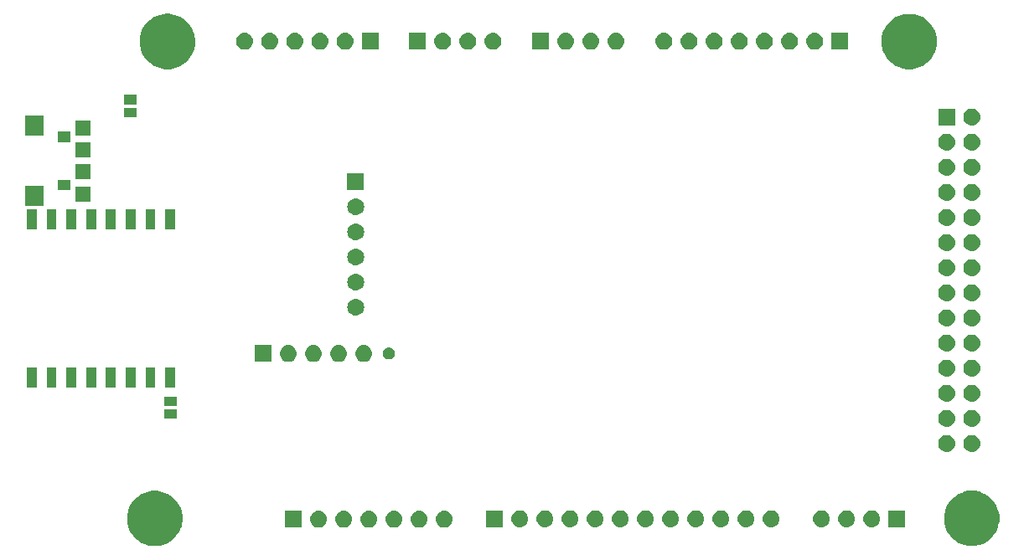
<source format=gbr>
G04 #@! TF.GenerationSoftware,KiCad,Pcbnew,5.0.2-bee76a0~70~ubuntu16.04.1*
G04 #@! TF.CreationDate,2019-03-24T22:43:38+05:30*
G04 #@! TF.ProjectId,PSLab,50534c61-622e-46b6-9963-61645f706362,v5.1*
G04 #@! TF.SameCoordinates,Original*
G04 #@! TF.FileFunction,Soldermask,Bot*
G04 #@! TF.FilePolarity,Negative*
%FSLAX46Y46*%
G04 Gerber Fmt 4.6, Leading zero omitted, Abs format (unit mm)*
G04 Created by KiCad (PCBNEW 5.0.2-bee76a0~70~ubuntu16.04.1) date Sun 24 Mar 2019 22:43:38 +0530*
%MOMM*%
%LPD*%
G01*
G04 APERTURE LIST*
%ADD10C,0.100000*%
G04 APERTURE END LIST*
D10*
G36*
X105426253Y-108273801D02*
X105696730Y-108327602D01*
X105907799Y-108415030D01*
X106206296Y-108538671D01*
X106664899Y-108845100D01*
X107054900Y-109235101D01*
X107361329Y-109693704D01*
X107484970Y-109992201D01*
X107572398Y-110203270D01*
X107591818Y-110300903D01*
X107680000Y-110744223D01*
X107680000Y-111295777D01*
X107636489Y-111514520D01*
X107572398Y-111836730D01*
X107534717Y-111927700D01*
X107361329Y-112346296D01*
X107054900Y-112804899D01*
X106664899Y-113194900D01*
X106206296Y-113501329D01*
X105907799Y-113624970D01*
X105696730Y-113712398D01*
X105426253Y-113766199D01*
X105155777Y-113820000D01*
X104604223Y-113820000D01*
X104333747Y-113766199D01*
X104063270Y-113712398D01*
X103852201Y-113624970D01*
X103553704Y-113501329D01*
X103095101Y-113194900D01*
X102705100Y-112804899D01*
X102398671Y-112346296D01*
X102225283Y-111927700D01*
X102187602Y-111836730D01*
X102123511Y-111514520D01*
X102080000Y-111295777D01*
X102080000Y-110744223D01*
X102168182Y-110300903D01*
X102187602Y-110203270D01*
X102275030Y-109992201D01*
X102398671Y-109693704D01*
X102705100Y-109235101D01*
X103095101Y-108845100D01*
X103553704Y-108538671D01*
X103852201Y-108415030D01*
X104063270Y-108327602D01*
X104333747Y-108273801D01*
X104604223Y-108220000D01*
X105155777Y-108220000D01*
X105426253Y-108273801D01*
X105426253Y-108273801D01*
G37*
G36*
X187746050Y-108220000D02*
X188236730Y-108317602D01*
X188447799Y-108405030D01*
X188746296Y-108528671D01*
X189204899Y-108835100D01*
X189594900Y-109225101D01*
X189901329Y-109683704D01*
X189905471Y-109693704D01*
X190112398Y-110193270D01*
X190139562Y-110329832D01*
X190220000Y-110734223D01*
X190220000Y-111285777D01*
X190193927Y-111416855D01*
X190112398Y-111826730D01*
X190070575Y-111927700D01*
X189901329Y-112336296D01*
X189594900Y-112794899D01*
X189204899Y-113184900D01*
X188746296Y-113491329D01*
X188447799Y-113614970D01*
X188236730Y-113702398D01*
X188186456Y-113712398D01*
X187695777Y-113810000D01*
X187144223Y-113810000D01*
X186653544Y-113712398D01*
X186603270Y-113702398D01*
X186392201Y-113614970D01*
X186093704Y-113491329D01*
X185635101Y-113184900D01*
X185245100Y-112794899D01*
X184938671Y-112336296D01*
X184769425Y-111927700D01*
X184727602Y-111826730D01*
X184646073Y-111416855D01*
X184620000Y-111285777D01*
X184620000Y-110734223D01*
X184700438Y-110329832D01*
X184727602Y-110193270D01*
X184934529Y-109693704D01*
X184938671Y-109683704D01*
X185245100Y-109225101D01*
X185635101Y-108835100D01*
X186093704Y-108528671D01*
X186392201Y-108405030D01*
X186603270Y-108317602D01*
X187093950Y-108220000D01*
X187144223Y-108210000D01*
X187695777Y-108210000D01*
X187746050Y-108220000D01*
X187746050Y-108220000D01*
G37*
G36*
X119730000Y-111940000D02*
X118030000Y-111940000D01*
X118030000Y-110240000D01*
X119730000Y-110240000D01*
X119730000Y-111940000D01*
X119730000Y-111940000D01*
G37*
G36*
X126666630Y-110252299D02*
X126826855Y-110300903D01*
X126974520Y-110379831D01*
X127103949Y-110486051D01*
X127210169Y-110615480D01*
X127289097Y-110763145D01*
X127337701Y-110923370D01*
X127354112Y-111090000D01*
X127337701Y-111256630D01*
X127289097Y-111416855D01*
X127210169Y-111564520D01*
X127103949Y-111693949D01*
X126974520Y-111800169D01*
X126826855Y-111879097D01*
X126666630Y-111927701D01*
X126541752Y-111940000D01*
X126458248Y-111940000D01*
X126333370Y-111927701D01*
X126173145Y-111879097D01*
X126025480Y-111800169D01*
X125896051Y-111693949D01*
X125789831Y-111564520D01*
X125710903Y-111416855D01*
X125662299Y-111256630D01*
X125645888Y-111090000D01*
X125662299Y-110923370D01*
X125710903Y-110763145D01*
X125789831Y-110615480D01*
X125896051Y-110486051D01*
X126025480Y-110379831D01*
X126173145Y-110300903D01*
X126333370Y-110252299D01*
X126458248Y-110240000D01*
X126541752Y-110240000D01*
X126666630Y-110252299D01*
X126666630Y-110252299D01*
G37*
G36*
X134286630Y-110252299D02*
X134446855Y-110300903D01*
X134594520Y-110379831D01*
X134723949Y-110486051D01*
X134830169Y-110615480D01*
X134909097Y-110763145D01*
X134957701Y-110923370D01*
X134974112Y-111090000D01*
X134957701Y-111256630D01*
X134909097Y-111416855D01*
X134830169Y-111564520D01*
X134723949Y-111693949D01*
X134594520Y-111800169D01*
X134446855Y-111879097D01*
X134286630Y-111927701D01*
X134161752Y-111940000D01*
X134078248Y-111940000D01*
X133953370Y-111927701D01*
X133793145Y-111879097D01*
X133645480Y-111800169D01*
X133516051Y-111693949D01*
X133409831Y-111564520D01*
X133330903Y-111416855D01*
X133282299Y-111256630D01*
X133265888Y-111090000D01*
X133282299Y-110923370D01*
X133330903Y-110763145D01*
X133409831Y-110615480D01*
X133516051Y-110486051D01*
X133645480Y-110379831D01*
X133793145Y-110300903D01*
X133953370Y-110252299D01*
X134078248Y-110240000D01*
X134161752Y-110240000D01*
X134286630Y-110252299D01*
X134286630Y-110252299D01*
G37*
G36*
X131746630Y-110252299D02*
X131906855Y-110300903D01*
X132054520Y-110379831D01*
X132183949Y-110486051D01*
X132290169Y-110615480D01*
X132369097Y-110763145D01*
X132417701Y-110923370D01*
X132434112Y-111090000D01*
X132417701Y-111256630D01*
X132369097Y-111416855D01*
X132290169Y-111564520D01*
X132183949Y-111693949D01*
X132054520Y-111800169D01*
X131906855Y-111879097D01*
X131746630Y-111927701D01*
X131621752Y-111940000D01*
X131538248Y-111940000D01*
X131413370Y-111927701D01*
X131253145Y-111879097D01*
X131105480Y-111800169D01*
X130976051Y-111693949D01*
X130869831Y-111564520D01*
X130790903Y-111416855D01*
X130742299Y-111256630D01*
X130725888Y-111090000D01*
X130742299Y-110923370D01*
X130790903Y-110763145D01*
X130869831Y-110615480D01*
X130976051Y-110486051D01*
X131105480Y-110379831D01*
X131253145Y-110300903D01*
X131413370Y-110252299D01*
X131538248Y-110240000D01*
X131621752Y-110240000D01*
X131746630Y-110252299D01*
X131746630Y-110252299D01*
G37*
G36*
X124126630Y-110252299D02*
X124286855Y-110300903D01*
X124434520Y-110379831D01*
X124563949Y-110486051D01*
X124670169Y-110615480D01*
X124749097Y-110763145D01*
X124797701Y-110923370D01*
X124814112Y-111090000D01*
X124797701Y-111256630D01*
X124749097Y-111416855D01*
X124670169Y-111564520D01*
X124563949Y-111693949D01*
X124434520Y-111800169D01*
X124286855Y-111879097D01*
X124126630Y-111927701D01*
X124001752Y-111940000D01*
X123918248Y-111940000D01*
X123793370Y-111927701D01*
X123633145Y-111879097D01*
X123485480Y-111800169D01*
X123356051Y-111693949D01*
X123249831Y-111564520D01*
X123170903Y-111416855D01*
X123122299Y-111256630D01*
X123105888Y-111090000D01*
X123122299Y-110923370D01*
X123170903Y-110763145D01*
X123249831Y-110615480D01*
X123356051Y-110486051D01*
X123485480Y-110379831D01*
X123633145Y-110300903D01*
X123793370Y-110252299D01*
X123918248Y-110240000D01*
X124001752Y-110240000D01*
X124126630Y-110252299D01*
X124126630Y-110252299D01*
G37*
G36*
X121586630Y-110252299D02*
X121746855Y-110300903D01*
X121894520Y-110379831D01*
X122023949Y-110486051D01*
X122130169Y-110615480D01*
X122209097Y-110763145D01*
X122257701Y-110923370D01*
X122274112Y-111090000D01*
X122257701Y-111256630D01*
X122209097Y-111416855D01*
X122130169Y-111564520D01*
X122023949Y-111693949D01*
X121894520Y-111800169D01*
X121746855Y-111879097D01*
X121586630Y-111927701D01*
X121461752Y-111940000D01*
X121378248Y-111940000D01*
X121253370Y-111927701D01*
X121093145Y-111879097D01*
X120945480Y-111800169D01*
X120816051Y-111693949D01*
X120709831Y-111564520D01*
X120630903Y-111416855D01*
X120582299Y-111256630D01*
X120565888Y-111090000D01*
X120582299Y-110923370D01*
X120630903Y-110763145D01*
X120709831Y-110615480D01*
X120816051Y-110486051D01*
X120945480Y-110379831D01*
X121093145Y-110300903D01*
X121253370Y-110252299D01*
X121378248Y-110240000D01*
X121461752Y-110240000D01*
X121586630Y-110252299D01*
X121586630Y-110252299D01*
G37*
G36*
X129206630Y-110252299D02*
X129366855Y-110300903D01*
X129514520Y-110379831D01*
X129643949Y-110486051D01*
X129750169Y-110615480D01*
X129829097Y-110763145D01*
X129877701Y-110923370D01*
X129894112Y-111090000D01*
X129877701Y-111256630D01*
X129829097Y-111416855D01*
X129750169Y-111564520D01*
X129643949Y-111693949D01*
X129514520Y-111800169D01*
X129366855Y-111879097D01*
X129206630Y-111927701D01*
X129081752Y-111940000D01*
X128998248Y-111940000D01*
X128873370Y-111927701D01*
X128713145Y-111879097D01*
X128565480Y-111800169D01*
X128436051Y-111693949D01*
X128329831Y-111564520D01*
X128250903Y-111416855D01*
X128202299Y-111256630D01*
X128185888Y-111090000D01*
X128202299Y-110923370D01*
X128250903Y-110763145D01*
X128329831Y-110615480D01*
X128436051Y-110486051D01*
X128565480Y-110379831D01*
X128713145Y-110300903D01*
X128873370Y-110252299D01*
X128998248Y-110240000D01*
X129081752Y-110240000D01*
X129206630Y-110252299D01*
X129206630Y-110252299D01*
G37*
G36*
X154606630Y-110202299D02*
X154766855Y-110250903D01*
X154914520Y-110329831D01*
X155043949Y-110436051D01*
X155150169Y-110565480D01*
X155229097Y-110713145D01*
X155277701Y-110873370D01*
X155294112Y-111040000D01*
X155277701Y-111206630D01*
X155229097Y-111366855D01*
X155150169Y-111514520D01*
X155043949Y-111643949D01*
X154914520Y-111750169D01*
X154766855Y-111829097D01*
X154606630Y-111877701D01*
X154481752Y-111890000D01*
X154398248Y-111890000D01*
X154273370Y-111877701D01*
X154113145Y-111829097D01*
X153965480Y-111750169D01*
X153836051Y-111643949D01*
X153729831Y-111514520D01*
X153650903Y-111366855D01*
X153602299Y-111206630D01*
X153585888Y-111040000D01*
X153602299Y-110873370D01*
X153650903Y-110713145D01*
X153729831Y-110565480D01*
X153836051Y-110436051D01*
X153965480Y-110329831D01*
X154113145Y-110250903D01*
X154273370Y-110202299D01*
X154398248Y-110190000D01*
X154481752Y-110190000D01*
X154606630Y-110202299D01*
X154606630Y-110202299D01*
G37*
G36*
X140050000Y-111890000D02*
X138350000Y-111890000D01*
X138350000Y-110190000D01*
X140050000Y-110190000D01*
X140050000Y-111890000D01*
X140050000Y-111890000D01*
G37*
G36*
X144446630Y-110202299D02*
X144606855Y-110250903D01*
X144754520Y-110329831D01*
X144883949Y-110436051D01*
X144990169Y-110565480D01*
X145069097Y-110713145D01*
X145117701Y-110873370D01*
X145134112Y-111040000D01*
X145117701Y-111206630D01*
X145069097Y-111366855D01*
X144990169Y-111514520D01*
X144883949Y-111643949D01*
X144754520Y-111750169D01*
X144606855Y-111829097D01*
X144446630Y-111877701D01*
X144321752Y-111890000D01*
X144238248Y-111890000D01*
X144113370Y-111877701D01*
X143953145Y-111829097D01*
X143805480Y-111750169D01*
X143676051Y-111643949D01*
X143569831Y-111514520D01*
X143490903Y-111366855D01*
X143442299Y-111206630D01*
X143425888Y-111040000D01*
X143442299Y-110873370D01*
X143490903Y-110713145D01*
X143569831Y-110565480D01*
X143676051Y-110436051D01*
X143805480Y-110329831D01*
X143953145Y-110250903D01*
X144113370Y-110202299D01*
X144238248Y-110190000D01*
X144321752Y-110190000D01*
X144446630Y-110202299D01*
X144446630Y-110202299D01*
G37*
G36*
X141906630Y-110202299D02*
X142066855Y-110250903D01*
X142214520Y-110329831D01*
X142343949Y-110436051D01*
X142450169Y-110565480D01*
X142529097Y-110713145D01*
X142577701Y-110873370D01*
X142594112Y-111040000D01*
X142577701Y-111206630D01*
X142529097Y-111366855D01*
X142450169Y-111514520D01*
X142343949Y-111643949D01*
X142214520Y-111750169D01*
X142066855Y-111829097D01*
X141906630Y-111877701D01*
X141781752Y-111890000D01*
X141698248Y-111890000D01*
X141573370Y-111877701D01*
X141413145Y-111829097D01*
X141265480Y-111750169D01*
X141136051Y-111643949D01*
X141029831Y-111514520D01*
X140950903Y-111366855D01*
X140902299Y-111206630D01*
X140885888Y-111040000D01*
X140902299Y-110873370D01*
X140950903Y-110713145D01*
X141029831Y-110565480D01*
X141136051Y-110436051D01*
X141265480Y-110329831D01*
X141413145Y-110250903D01*
X141573370Y-110202299D01*
X141698248Y-110190000D01*
X141781752Y-110190000D01*
X141906630Y-110202299D01*
X141906630Y-110202299D01*
G37*
G36*
X162226630Y-110202299D02*
X162386855Y-110250903D01*
X162534520Y-110329831D01*
X162663949Y-110436051D01*
X162770169Y-110565480D01*
X162849097Y-110713145D01*
X162897701Y-110873370D01*
X162914112Y-111040000D01*
X162897701Y-111206630D01*
X162849097Y-111366855D01*
X162770169Y-111514520D01*
X162663949Y-111643949D01*
X162534520Y-111750169D01*
X162386855Y-111829097D01*
X162226630Y-111877701D01*
X162101752Y-111890000D01*
X162018248Y-111890000D01*
X161893370Y-111877701D01*
X161733145Y-111829097D01*
X161585480Y-111750169D01*
X161456051Y-111643949D01*
X161349831Y-111514520D01*
X161270903Y-111366855D01*
X161222299Y-111206630D01*
X161205888Y-111040000D01*
X161222299Y-110873370D01*
X161270903Y-110713145D01*
X161349831Y-110565480D01*
X161456051Y-110436051D01*
X161585480Y-110329831D01*
X161733145Y-110250903D01*
X161893370Y-110202299D01*
X162018248Y-110190000D01*
X162101752Y-110190000D01*
X162226630Y-110202299D01*
X162226630Y-110202299D01*
G37*
G36*
X159686630Y-110202299D02*
X159846855Y-110250903D01*
X159994520Y-110329831D01*
X160123949Y-110436051D01*
X160230169Y-110565480D01*
X160309097Y-110713145D01*
X160357701Y-110873370D01*
X160374112Y-111040000D01*
X160357701Y-111206630D01*
X160309097Y-111366855D01*
X160230169Y-111514520D01*
X160123949Y-111643949D01*
X159994520Y-111750169D01*
X159846855Y-111829097D01*
X159686630Y-111877701D01*
X159561752Y-111890000D01*
X159478248Y-111890000D01*
X159353370Y-111877701D01*
X159193145Y-111829097D01*
X159045480Y-111750169D01*
X158916051Y-111643949D01*
X158809831Y-111514520D01*
X158730903Y-111366855D01*
X158682299Y-111206630D01*
X158665888Y-111040000D01*
X158682299Y-110873370D01*
X158730903Y-110713145D01*
X158809831Y-110565480D01*
X158916051Y-110436051D01*
X159045480Y-110329831D01*
X159193145Y-110250903D01*
X159353370Y-110202299D01*
X159478248Y-110190000D01*
X159561752Y-110190000D01*
X159686630Y-110202299D01*
X159686630Y-110202299D01*
G37*
G36*
X157146630Y-110202299D02*
X157306855Y-110250903D01*
X157454520Y-110329831D01*
X157583949Y-110436051D01*
X157690169Y-110565480D01*
X157769097Y-110713145D01*
X157817701Y-110873370D01*
X157834112Y-111040000D01*
X157817701Y-111206630D01*
X157769097Y-111366855D01*
X157690169Y-111514520D01*
X157583949Y-111643949D01*
X157454520Y-111750169D01*
X157306855Y-111829097D01*
X157146630Y-111877701D01*
X157021752Y-111890000D01*
X156938248Y-111890000D01*
X156813370Y-111877701D01*
X156653145Y-111829097D01*
X156505480Y-111750169D01*
X156376051Y-111643949D01*
X156269831Y-111514520D01*
X156190903Y-111366855D01*
X156142299Y-111206630D01*
X156125888Y-111040000D01*
X156142299Y-110873370D01*
X156190903Y-110713145D01*
X156269831Y-110565480D01*
X156376051Y-110436051D01*
X156505480Y-110329831D01*
X156653145Y-110250903D01*
X156813370Y-110202299D01*
X156938248Y-110190000D01*
X157021752Y-110190000D01*
X157146630Y-110202299D01*
X157146630Y-110202299D01*
G37*
G36*
X164766630Y-110202299D02*
X164926855Y-110250903D01*
X165074520Y-110329831D01*
X165203949Y-110436051D01*
X165310169Y-110565480D01*
X165389097Y-110713145D01*
X165437701Y-110873370D01*
X165454112Y-111040000D01*
X165437701Y-111206630D01*
X165389097Y-111366855D01*
X165310169Y-111514520D01*
X165203949Y-111643949D01*
X165074520Y-111750169D01*
X164926855Y-111829097D01*
X164766630Y-111877701D01*
X164641752Y-111890000D01*
X164558248Y-111890000D01*
X164433370Y-111877701D01*
X164273145Y-111829097D01*
X164125480Y-111750169D01*
X163996051Y-111643949D01*
X163889831Y-111514520D01*
X163810903Y-111366855D01*
X163762299Y-111206630D01*
X163745888Y-111040000D01*
X163762299Y-110873370D01*
X163810903Y-110713145D01*
X163889831Y-110565480D01*
X163996051Y-110436051D01*
X164125480Y-110329831D01*
X164273145Y-110250903D01*
X164433370Y-110202299D01*
X164558248Y-110190000D01*
X164641752Y-110190000D01*
X164766630Y-110202299D01*
X164766630Y-110202299D01*
G37*
G36*
X180690000Y-111890000D02*
X178990000Y-111890000D01*
X178990000Y-110190000D01*
X180690000Y-110190000D01*
X180690000Y-111890000D01*
X180690000Y-111890000D01*
G37*
G36*
X177466630Y-110202299D02*
X177626855Y-110250903D01*
X177774520Y-110329831D01*
X177903949Y-110436051D01*
X178010169Y-110565480D01*
X178089097Y-110713145D01*
X178137701Y-110873370D01*
X178154112Y-111040000D01*
X178137701Y-111206630D01*
X178089097Y-111366855D01*
X178010169Y-111514520D01*
X177903949Y-111643949D01*
X177774520Y-111750169D01*
X177626855Y-111829097D01*
X177466630Y-111877701D01*
X177341752Y-111890000D01*
X177258248Y-111890000D01*
X177133370Y-111877701D01*
X176973145Y-111829097D01*
X176825480Y-111750169D01*
X176696051Y-111643949D01*
X176589831Y-111514520D01*
X176510903Y-111366855D01*
X176462299Y-111206630D01*
X176445888Y-111040000D01*
X176462299Y-110873370D01*
X176510903Y-110713145D01*
X176589831Y-110565480D01*
X176696051Y-110436051D01*
X176825480Y-110329831D01*
X176973145Y-110250903D01*
X177133370Y-110202299D01*
X177258248Y-110190000D01*
X177341752Y-110190000D01*
X177466630Y-110202299D01*
X177466630Y-110202299D01*
G37*
G36*
X174926630Y-110202299D02*
X175086855Y-110250903D01*
X175234520Y-110329831D01*
X175363949Y-110436051D01*
X175470169Y-110565480D01*
X175549097Y-110713145D01*
X175597701Y-110873370D01*
X175614112Y-111040000D01*
X175597701Y-111206630D01*
X175549097Y-111366855D01*
X175470169Y-111514520D01*
X175363949Y-111643949D01*
X175234520Y-111750169D01*
X175086855Y-111829097D01*
X174926630Y-111877701D01*
X174801752Y-111890000D01*
X174718248Y-111890000D01*
X174593370Y-111877701D01*
X174433145Y-111829097D01*
X174285480Y-111750169D01*
X174156051Y-111643949D01*
X174049831Y-111514520D01*
X173970903Y-111366855D01*
X173922299Y-111206630D01*
X173905888Y-111040000D01*
X173922299Y-110873370D01*
X173970903Y-110713145D01*
X174049831Y-110565480D01*
X174156051Y-110436051D01*
X174285480Y-110329831D01*
X174433145Y-110250903D01*
X174593370Y-110202299D01*
X174718248Y-110190000D01*
X174801752Y-110190000D01*
X174926630Y-110202299D01*
X174926630Y-110202299D01*
G37*
G36*
X172386630Y-110202299D02*
X172546855Y-110250903D01*
X172694520Y-110329831D01*
X172823949Y-110436051D01*
X172930169Y-110565480D01*
X173009097Y-110713145D01*
X173057701Y-110873370D01*
X173074112Y-111040000D01*
X173057701Y-111206630D01*
X173009097Y-111366855D01*
X172930169Y-111514520D01*
X172823949Y-111643949D01*
X172694520Y-111750169D01*
X172546855Y-111829097D01*
X172386630Y-111877701D01*
X172261752Y-111890000D01*
X172178248Y-111890000D01*
X172053370Y-111877701D01*
X171893145Y-111829097D01*
X171745480Y-111750169D01*
X171616051Y-111643949D01*
X171509831Y-111514520D01*
X171430903Y-111366855D01*
X171382299Y-111206630D01*
X171365888Y-111040000D01*
X171382299Y-110873370D01*
X171430903Y-110713145D01*
X171509831Y-110565480D01*
X171616051Y-110436051D01*
X171745480Y-110329831D01*
X171893145Y-110250903D01*
X172053370Y-110202299D01*
X172178248Y-110190000D01*
X172261752Y-110190000D01*
X172386630Y-110202299D01*
X172386630Y-110202299D01*
G37*
G36*
X167306630Y-110202299D02*
X167466855Y-110250903D01*
X167614520Y-110329831D01*
X167743949Y-110436051D01*
X167850169Y-110565480D01*
X167929097Y-110713145D01*
X167977701Y-110873370D01*
X167994112Y-111040000D01*
X167977701Y-111206630D01*
X167929097Y-111366855D01*
X167850169Y-111514520D01*
X167743949Y-111643949D01*
X167614520Y-111750169D01*
X167466855Y-111829097D01*
X167306630Y-111877701D01*
X167181752Y-111890000D01*
X167098248Y-111890000D01*
X166973370Y-111877701D01*
X166813145Y-111829097D01*
X166665480Y-111750169D01*
X166536051Y-111643949D01*
X166429831Y-111514520D01*
X166350903Y-111366855D01*
X166302299Y-111206630D01*
X166285888Y-111040000D01*
X166302299Y-110873370D01*
X166350903Y-110713145D01*
X166429831Y-110565480D01*
X166536051Y-110436051D01*
X166665480Y-110329831D01*
X166813145Y-110250903D01*
X166973370Y-110202299D01*
X167098248Y-110190000D01*
X167181752Y-110190000D01*
X167306630Y-110202299D01*
X167306630Y-110202299D01*
G37*
G36*
X152066630Y-110202299D02*
X152226855Y-110250903D01*
X152374520Y-110329831D01*
X152503949Y-110436051D01*
X152610169Y-110565480D01*
X152689097Y-110713145D01*
X152737701Y-110873370D01*
X152754112Y-111040000D01*
X152737701Y-111206630D01*
X152689097Y-111366855D01*
X152610169Y-111514520D01*
X152503949Y-111643949D01*
X152374520Y-111750169D01*
X152226855Y-111829097D01*
X152066630Y-111877701D01*
X151941752Y-111890000D01*
X151858248Y-111890000D01*
X151733370Y-111877701D01*
X151573145Y-111829097D01*
X151425480Y-111750169D01*
X151296051Y-111643949D01*
X151189831Y-111514520D01*
X151110903Y-111366855D01*
X151062299Y-111206630D01*
X151045888Y-111040000D01*
X151062299Y-110873370D01*
X151110903Y-110713145D01*
X151189831Y-110565480D01*
X151296051Y-110436051D01*
X151425480Y-110329831D01*
X151573145Y-110250903D01*
X151733370Y-110202299D01*
X151858248Y-110190000D01*
X151941752Y-110190000D01*
X152066630Y-110202299D01*
X152066630Y-110202299D01*
G37*
G36*
X146986630Y-110202299D02*
X147146855Y-110250903D01*
X147294520Y-110329831D01*
X147423949Y-110436051D01*
X147530169Y-110565480D01*
X147609097Y-110713145D01*
X147657701Y-110873370D01*
X147674112Y-111040000D01*
X147657701Y-111206630D01*
X147609097Y-111366855D01*
X147530169Y-111514520D01*
X147423949Y-111643949D01*
X147294520Y-111750169D01*
X147146855Y-111829097D01*
X146986630Y-111877701D01*
X146861752Y-111890000D01*
X146778248Y-111890000D01*
X146653370Y-111877701D01*
X146493145Y-111829097D01*
X146345480Y-111750169D01*
X146216051Y-111643949D01*
X146109831Y-111514520D01*
X146030903Y-111366855D01*
X145982299Y-111206630D01*
X145965888Y-111040000D01*
X145982299Y-110873370D01*
X146030903Y-110713145D01*
X146109831Y-110565480D01*
X146216051Y-110436051D01*
X146345480Y-110329831D01*
X146493145Y-110250903D01*
X146653370Y-110202299D01*
X146778248Y-110190000D01*
X146861752Y-110190000D01*
X146986630Y-110202299D01*
X146986630Y-110202299D01*
G37*
G36*
X149526630Y-110202299D02*
X149686855Y-110250903D01*
X149834520Y-110329831D01*
X149963949Y-110436051D01*
X150070169Y-110565480D01*
X150149097Y-110713145D01*
X150197701Y-110873370D01*
X150214112Y-111040000D01*
X150197701Y-111206630D01*
X150149097Y-111366855D01*
X150070169Y-111514520D01*
X149963949Y-111643949D01*
X149834520Y-111750169D01*
X149686855Y-111829097D01*
X149526630Y-111877701D01*
X149401752Y-111890000D01*
X149318248Y-111890000D01*
X149193370Y-111877701D01*
X149033145Y-111829097D01*
X148885480Y-111750169D01*
X148756051Y-111643949D01*
X148649831Y-111514520D01*
X148570903Y-111366855D01*
X148522299Y-111206630D01*
X148505888Y-111040000D01*
X148522299Y-110873370D01*
X148570903Y-110713145D01*
X148649831Y-110565480D01*
X148756051Y-110436051D01*
X148885480Y-110329831D01*
X149033145Y-110250903D01*
X149193370Y-110202299D01*
X149318248Y-110190000D01*
X149401752Y-110190000D01*
X149526630Y-110202299D01*
X149526630Y-110202299D01*
G37*
G36*
X187596630Y-102592299D02*
X187756855Y-102640903D01*
X187904520Y-102719831D01*
X188033949Y-102826051D01*
X188140169Y-102955480D01*
X188219097Y-103103145D01*
X188267701Y-103263370D01*
X188284112Y-103430000D01*
X188267701Y-103596630D01*
X188219097Y-103756855D01*
X188140169Y-103904520D01*
X188033949Y-104033949D01*
X187904520Y-104140169D01*
X187756855Y-104219097D01*
X187596630Y-104267701D01*
X187471752Y-104280000D01*
X187388248Y-104280000D01*
X187263370Y-104267701D01*
X187103145Y-104219097D01*
X186955480Y-104140169D01*
X186826051Y-104033949D01*
X186719831Y-103904520D01*
X186640903Y-103756855D01*
X186592299Y-103596630D01*
X186575888Y-103430000D01*
X186592299Y-103263370D01*
X186640903Y-103103145D01*
X186719831Y-102955480D01*
X186826051Y-102826051D01*
X186955480Y-102719831D01*
X187103145Y-102640903D01*
X187263370Y-102592299D01*
X187388248Y-102580000D01*
X187471752Y-102580000D01*
X187596630Y-102592299D01*
X187596630Y-102592299D01*
G37*
G36*
X185056630Y-102592299D02*
X185216855Y-102640903D01*
X185364520Y-102719831D01*
X185493949Y-102826051D01*
X185600169Y-102955480D01*
X185679097Y-103103145D01*
X185727701Y-103263370D01*
X185744112Y-103430000D01*
X185727701Y-103596630D01*
X185679097Y-103756855D01*
X185600169Y-103904520D01*
X185493949Y-104033949D01*
X185364520Y-104140169D01*
X185216855Y-104219097D01*
X185056630Y-104267701D01*
X184931752Y-104280000D01*
X184848248Y-104280000D01*
X184723370Y-104267701D01*
X184563145Y-104219097D01*
X184415480Y-104140169D01*
X184286051Y-104033949D01*
X184179831Y-103904520D01*
X184100903Y-103756855D01*
X184052299Y-103596630D01*
X184035888Y-103430000D01*
X184052299Y-103263370D01*
X184100903Y-103103145D01*
X184179831Y-102955480D01*
X184286051Y-102826051D01*
X184415480Y-102719831D01*
X184563145Y-102640903D01*
X184723370Y-102592299D01*
X184848248Y-102580000D01*
X184931752Y-102580000D01*
X185056630Y-102592299D01*
X185056630Y-102592299D01*
G37*
G36*
X185056630Y-100052299D02*
X185216855Y-100100903D01*
X185364520Y-100179831D01*
X185493949Y-100286051D01*
X185600169Y-100415480D01*
X185679097Y-100563145D01*
X185727701Y-100723370D01*
X185744112Y-100890000D01*
X185727701Y-101056630D01*
X185679097Y-101216855D01*
X185600169Y-101364520D01*
X185493949Y-101493949D01*
X185364520Y-101600169D01*
X185216855Y-101679097D01*
X185056630Y-101727701D01*
X184931752Y-101740000D01*
X184848248Y-101740000D01*
X184723370Y-101727701D01*
X184563145Y-101679097D01*
X184415480Y-101600169D01*
X184286051Y-101493949D01*
X184179831Y-101364520D01*
X184100903Y-101216855D01*
X184052299Y-101056630D01*
X184035888Y-100890000D01*
X184052299Y-100723370D01*
X184100903Y-100563145D01*
X184179831Y-100415480D01*
X184286051Y-100286051D01*
X184415480Y-100179831D01*
X184563145Y-100100903D01*
X184723370Y-100052299D01*
X184848248Y-100040000D01*
X184931752Y-100040000D01*
X185056630Y-100052299D01*
X185056630Y-100052299D01*
G37*
G36*
X187596630Y-100052299D02*
X187756855Y-100100903D01*
X187904520Y-100179831D01*
X188033949Y-100286051D01*
X188140169Y-100415480D01*
X188219097Y-100563145D01*
X188267701Y-100723370D01*
X188284112Y-100890000D01*
X188267701Y-101056630D01*
X188219097Y-101216855D01*
X188140169Y-101364520D01*
X188033949Y-101493949D01*
X187904520Y-101600169D01*
X187756855Y-101679097D01*
X187596630Y-101727701D01*
X187471752Y-101740000D01*
X187388248Y-101740000D01*
X187263370Y-101727701D01*
X187103145Y-101679097D01*
X186955480Y-101600169D01*
X186826051Y-101493949D01*
X186719831Y-101364520D01*
X186640903Y-101216855D01*
X186592299Y-101056630D01*
X186575888Y-100890000D01*
X186592299Y-100723370D01*
X186640903Y-100563145D01*
X186719831Y-100415480D01*
X186826051Y-100286051D01*
X186955480Y-100179831D01*
X187103145Y-100100903D01*
X187263370Y-100052299D01*
X187388248Y-100040000D01*
X187471752Y-100040000D01*
X187596630Y-100052299D01*
X187596630Y-100052299D01*
G37*
G36*
X107085000Y-100925000D02*
X105815000Y-100925000D01*
X105815000Y-99955000D01*
X107085000Y-99955000D01*
X107085000Y-100925000D01*
X107085000Y-100925000D01*
G37*
G36*
X107085000Y-99645000D02*
X105815000Y-99645000D01*
X105815000Y-98675000D01*
X107085000Y-98675000D01*
X107085000Y-99645000D01*
X107085000Y-99645000D01*
G37*
G36*
X185056630Y-97512299D02*
X185216855Y-97560903D01*
X185364520Y-97639831D01*
X185493949Y-97746051D01*
X185600169Y-97875480D01*
X185679097Y-98023145D01*
X185727701Y-98183370D01*
X185744112Y-98350000D01*
X185727701Y-98516630D01*
X185679097Y-98676855D01*
X185600169Y-98824520D01*
X185493949Y-98953949D01*
X185364520Y-99060169D01*
X185216855Y-99139097D01*
X185056630Y-99187701D01*
X184931752Y-99200000D01*
X184848248Y-99200000D01*
X184723370Y-99187701D01*
X184563145Y-99139097D01*
X184415480Y-99060169D01*
X184286051Y-98953949D01*
X184179831Y-98824520D01*
X184100903Y-98676855D01*
X184052299Y-98516630D01*
X184035888Y-98350000D01*
X184052299Y-98183370D01*
X184100903Y-98023145D01*
X184179831Y-97875480D01*
X184286051Y-97746051D01*
X184415480Y-97639831D01*
X184563145Y-97560903D01*
X184723370Y-97512299D01*
X184848248Y-97500000D01*
X184931752Y-97500000D01*
X185056630Y-97512299D01*
X185056630Y-97512299D01*
G37*
G36*
X187596630Y-97512299D02*
X187756855Y-97560903D01*
X187904520Y-97639831D01*
X188033949Y-97746051D01*
X188140169Y-97875480D01*
X188219097Y-98023145D01*
X188267701Y-98183370D01*
X188284112Y-98350000D01*
X188267701Y-98516630D01*
X188219097Y-98676855D01*
X188140169Y-98824520D01*
X188033949Y-98953949D01*
X187904520Y-99060169D01*
X187756855Y-99139097D01*
X187596630Y-99187701D01*
X187471752Y-99200000D01*
X187388248Y-99200000D01*
X187263370Y-99187701D01*
X187103145Y-99139097D01*
X186955480Y-99060169D01*
X186826051Y-98953949D01*
X186719831Y-98824520D01*
X186640903Y-98676855D01*
X186592299Y-98516630D01*
X186575888Y-98350000D01*
X186592299Y-98183370D01*
X186640903Y-98023145D01*
X186719831Y-97875480D01*
X186826051Y-97746051D01*
X186955480Y-97639831D01*
X187103145Y-97560903D01*
X187263370Y-97512299D01*
X187388248Y-97500000D01*
X187471752Y-97500000D01*
X187596630Y-97512299D01*
X187596630Y-97512299D01*
G37*
G36*
X92940000Y-97770000D02*
X91940000Y-97770000D01*
X91940000Y-95770000D01*
X92940000Y-95770000D01*
X92940000Y-97770000D01*
X92940000Y-97770000D01*
G37*
G36*
X94940000Y-97770000D02*
X93940000Y-97770000D01*
X93940000Y-95770000D01*
X94940000Y-95770000D01*
X94940000Y-97770000D01*
X94940000Y-97770000D01*
G37*
G36*
X96940000Y-97770000D02*
X95940000Y-97770000D01*
X95940000Y-95770000D01*
X96940000Y-95770000D01*
X96940000Y-97770000D01*
X96940000Y-97770000D01*
G37*
G36*
X98940000Y-97770000D02*
X97940000Y-97770000D01*
X97940000Y-95770000D01*
X98940000Y-95770000D01*
X98940000Y-97770000D01*
X98940000Y-97770000D01*
G37*
G36*
X100940000Y-97770000D02*
X99940000Y-97770000D01*
X99940000Y-95770000D01*
X100940000Y-95770000D01*
X100940000Y-97770000D01*
X100940000Y-97770000D01*
G37*
G36*
X102940000Y-97770000D02*
X101940000Y-97770000D01*
X101940000Y-95770000D01*
X102940000Y-95770000D01*
X102940000Y-97770000D01*
X102940000Y-97770000D01*
G37*
G36*
X104940000Y-97770000D02*
X103940000Y-97770000D01*
X103940000Y-95770000D01*
X104940000Y-95770000D01*
X104940000Y-97770000D01*
X104940000Y-97770000D01*
G37*
G36*
X106940000Y-97770000D02*
X105940000Y-97770000D01*
X105940000Y-95770000D01*
X106940000Y-95770000D01*
X106940000Y-97770000D01*
X106940000Y-97770000D01*
G37*
G36*
X187596630Y-94972299D02*
X187756855Y-95020903D01*
X187904520Y-95099831D01*
X188033949Y-95206051D01*
X188140169Y-95335480D01*
X188219097Y-95483145D01*
X188267701Y-95643370D01*
X188284112Y-95810000D01*
X188267701Y-95976630D01*
X188219097Y-96136855D01*
X188140169Y-96284520D01*
X188033949Y-96413949D01*
X187904520Y-96520169D01*
X187756855Y-96599097D01*
X187596630Y-96647701D01*
X187471752Y-96660000D01*
X187388248Y-96660000D01*
X187263370Y-96647701D01*
X187103145Y-96599097D01*
X186955480Y-96520169D01*
X186826051Y-96413949D01*
X186719831Y-96284520D01*
X186640903Y-96136855D01*
X186592299Y-95976630D01*
X186575888Y-95810000D01*
X186592299Y-95643370D01*
X186640903Y-95483145D01*
X186719831Y-95335480D01*
X186826051Y-95206051D01*
X186955480Y-95099831D01*
X187103145Y-95020903D01*
X187263370Y-94972299D01*
X187388248Y-94960000D01*
X187471752Y-94960000D01*
X187596630Y-94972299D01*
X187596630Y-94972299D01*
G37*
G36*
X185056630Y-94972299D02*
X185216855Y-95020903D01*
X185364520Y-95099831D01*
X185493949Y-95206051D01*
X185600169Y-95335480D01*
X185679097Y-95483145D01*
X185727701Y-95643370D01*
X185744112Y-95810000D01*
X185727701Y-95976630D01*
X185679097Y-96136855D01*
X185600169Y-96284520D01*
X185493949Y-96413949D01*
X185364520Y-96520169D01*
X185216855Y-96599097D01*
X185056630Y-96647701D01*
X184931752Y-96660000D01*
X184848248Y-96660000D01*
X184723370Y-96647701D01*
X184563145Y-96599097D01*
X184415480Y-96520169D01*
X184286051Y-96413949D01*
X184179831Y-96284520D01*
X184100903Y-96136855D01*
X184052299Y-95976630D01*
X184035888Y-95810000D01*
X184052299Y-95643370D01*
X184100903Y-95483145D01*
X184179831Y-95335480D01*
X184286051Y-95206051D01*
X184415480Y-95099831D01*
X184563145Y-95020903D01*
X184723370Y-94972299D01*
X184848248Y-94960000D01*
X184931752Y-94960000D01*
X185056630Y-94972299D01*
X185056630Y-94972299D01*
G37*
G36*
X118526630Y-93502299D02*
X118686855Y-93550903D01*
X118834520Y-93629831D01*
X118963949Y-93736051D01*
X119070169Y-93865480D01*
X119149097Y-94013145D01*
X119197701Y-94173370D01*
X119214112Y-94340000D01*
X119197701Y-94506630D01*
X119149097Y-94666855D01*
X119070169Y-94814520D01*
X118963949Y-94943949D01*
X118834520Y-95050169D01*
X118686855Y-95129097D01*
X118526630Y-95177701D01*
X118401752Y-95190000D01*
X118318248Y-95190000D01*
X118193370Y-95177701D01*
X118033145Y-95129097D01*
X117885480Y-95050169D01*
X117756051Y-94943949D01*
X117649831Y-94814520D01*
X117570903Y-94666855D01*
X117522299Y-94506630D01*
X117505888Y-94340000D01*
X117522299Y-94173370D01*
X117570903Y-94013145D01*
X117649831Y-93865480D01*
X117756051Y-93736051D01*
X117885480Y-93629831D01*
X118033145Y-93550903D01*
X118193370Y-93502299D01*
X118318248Y-93490000D01*
X118401752Y-93490000D01*
X118526630Y-93502299D01*
X118526630Y-93502299D01*
G37*
G36*
X116670000Y-95190000D02*
X114970000Y-95190000D01*
X114970000Y-93490000D01*
X116670000Y-93490000D01*
X116670000Y-95190000D01*
X116670000Y-95190000D01*
G37*
G36*
X121066630Y-93502299D02*
X121226855Y-93550903D01*
X121374520Y-93629831D01*
X121503949Y-93736051D01*
X121610169Y-93865480D01*
X121689097Y-94013145D01*
X121737701Y-94173370D01*
X121754112Y-94340000D01*
X121737701Y-94506630D01*
X121689097Y-94666855D01*
X121610169Y-94814520D01*
X121503949Y-94943949D01*
X121374520Y-95050169D01*
X121226855Y-95129097D01*
X121066630Y-95177701D01*
X120941752Y-95190000D01*
X120858248Y-95190000D01*
X120733370Y-95177701D01*
X120573145Y-95129097D01*
X120425480Y-95050169D01*
X120296051Y-94943949D01*
X120189831Y-94814520D01*
X120110903Y-94666855D01*
X120062299Y-94506630D01*
X120045888Y-94340000D01*
X120062299Y-94173370D01*
X120110903Y-94013145D01*
X120189831Y-93865480D01*
X120296051Y-93736051D01*
X120425480Y-93629831D01*
X120573145Y-93550903D01*
X120733370Y-93502299D01*
X120858248Y-93490000D01*
X120941752Y-93490000D01*
X121066630Y-93502299D01*
X121066630Y-93502299D01*
G37*
G36*
X123606630Y-93502299D02*
X123766855Y-93550903D01*
X123914520Y-93629831D01*
X124043949Y-93736051D01*
X124150169Y-93865480D01*
X124229097Y-94013145D01*
X124277701Y-94173370D01*
X124294112Y-94340000D01*
X124277701Y-94506630D01*
X124229097Y-94666855D01*
X124150169Y-94814520D01*
X124043949Y-94943949D01*
X123914520Y-95050169D01*
X123766855Y-95129097D01*
X123606630Y-95177701D01*
X123481752Y-95190000D01*
X123398248Y-95190000D01*
X123273370Y-95177701D01*
X123113145Y-95129097D01*
X122965480Y-95050169D01*
X122836051Y-94943949D01*
X122729831Y-94814520D01*
X122650903Y-94666855D01*
X122602299Y-94506630D01*
X122585888Y-94340000D01*
X122602299Y-94173370D01*
X122650903Y-94013145D01*
X122729831Y-93865480D01*
X122836051Y-93736051D01*
X122965480Y-93629831D01*
X123113145Y-93550903D01*
X123273370Y-93502299D01*
X123398248Y-93490000D01*
X123481752Y-93490000D01*
X123606630Y-93502299D01*
X123606630Y-93502299D01*
G37*
G36*
X126146630Y-93502299D02*
X126306855Y-93550903D01*
X126454520Y-93629831D01*
X126583949Y-93736051D01*
X126690169Y-93865480D01*
X126769097Y-94013145D01*
X126817701Y-94173370D01*
X126834112Y-94340000D01*
X126817701Y-94506630D01*
X126769097Y-94666855D01*
X126690169Y-94814520D01*
X126583949Y-94943949D01*
X126454520Y-95050169D01*
X126306855Y-95129097D01*
X126146630Y-95177701D01*
X126021752Y-95190000D01*
X125938248Y-95190000D01*
X125813370Y-95177701D01*
X125653145Y-95129097D01*
X125505480Y-95050169D01*
X125376051Y-94943949D01*
X125269831Y-94814520D01*
X125190903Y-94666855D01*
X125142299Y-94506630D01*
X125125888Y-94340000D01*
X125142299Y-94173370D01*
X125190903Y-94013145D01*
X125269831Y-93865480D01*
X125376051Y-93736051D01*
X125505480Y-93629831D01*
X125653145Y-93550903D01*
X125813370Y-93502299D01*
X125938248Y-93490000D01*
X126021752Y-93490000D01*
X126146630Y-93502299D01*
X126146630Y-93502299D01*
G37*
G36*
X128637621Y-93748682D02*
X128750721Y-93782990D01*
X128854955Y-93838704D01*
X128946317Y-93913683D01*
X129021296Y-94005045D01*
X129077010Y-94109279D01*
X129111318Y-94222379D01*
X129122903Y-94340000D01*
X129111318Y-94457621D01*
X129077010Y-94570721D01*
X129021296Y-94674955D01*
X128946317Y-94766317D01*
X128854955Y-94841296D01*
X128750721Y-94897010D01*
X128637621Y-94931318D01*
X128549474Y-94940000D01*
X128490526Y-94940000D01*
X128402379Y-94931318D01*
X128289279Y-94897010D01*
X128185045Y-94841296D01*
X128093683Y-94766317D01*
X128018704Y-94674955D01*
X127962990Y-94570721D01*
X127928682Y-94457621D01*
X127917097Y-94340000D01*
X127928682Y-94222379D01*
X127962990Y-94109279D01*
X128018704Y-94005045D01*
X128093683Y-93913683D01*
X128185045Y-93838704D01*
X128289279Y-93782990D01*
X128402379Y-93748682D01*
X128490526Y-93740000D01*
X128549474Y-93740000D01*
X128637621Y-93748682D01*
X128637621Y-93748682D01*
G37*
G36*
X187596630Y-92432299D02*
X187756855Y-92480903D01*
X187904520Y-92559831D01*
X188033949Y-92666051D01*
X188140169Y-92795480D01*
X188219097Y-92943145D01*
X188267701Y-93103370D01*
X188284112Y-93270000D01*
X188267701Y-93436630D01*
X188219097Y-93596855D01*
X188140169Y-93744520D01*
X188033949Y-93873949D01*
X187904520Y-93980169D01*
X187756855Y-94059097D01*
X187596630Y-94107701D01*
X187471752Y-94120000D01*
X187388248Y-94120000D01*
X187263370Y-94107701D01*
X187103145Y-94059097D01*
X186955480Y-93980169D01*
X186826051Y-93873949D01*
X186719831Y-93744520D01*
X186640903Y-93596855D01*
X186592299Y-93436630D01*
X186575888Y-93270000D01*
X186592299Y-93103370D01*
X186640903Y-92943145D01*
X186719831Y-92795480D01*
X186826051Y-92666051D01*
X186955480Y-92559831D01*
X187103145Y-92480903D01*
X187263370Y-92432299D01*
X187388248Y-92420000D01*
X187471752Y-92420000D01*
X187596630Y-92432299D01*
X187596630Y-92432299D01*
G37*
G36*
X185056630Y-92432299D02*
X185216855Y-92480903D01*
X185364520Y-92559831D01*
X185493949Y-92666051D01*
X185600169Y-92795480D01*
X185679097Y-92943145D01*
X185727701Y-93103370D01*
X185744112Y-93270000D01*
X185727701Y-93436630D01*
X185679097Y-93596855D01*
X185600169Y-93744520D01*
X185493949Y-93873949D01*
X185364520Y-93980169D01*
X185216855Y-94059097D01*
X185056630Y-94107701D01*
X184931752Y-94120000D01*
X184848248Y-94120000D01*
X184723370Y-94107701D01*
X184563145Y-94059097D01*
X184415480Y-93980169D01*
X184286051Y-93873949D01*
X184179831Y-93744520D01*
X184100903Y-93596855D01*
X184052299Y-93436630D01*
X184035888Y-93270000D01*
X184052299Y-93103370D01*
X184100903Y-92943145D01*
X184179831Y-92795480D01*
X184286051Y-92666051D01*
X184415480Y-92559831D01*
X184563145Y-92480903D01*
X184723370Y-92432299D01*
X184848248Y-92420000D01*
X184931752Y-92420000D01*
X185056630Y-92432299D01*
X185056630Y-92432299D01*
G37*
G36*
X187596630Y-89892299D02*
X187756855Y-89940903D01*
X187904520Y-90019831D01*
X188033949Y-90126051D01*
X188140169Y-90255480D01*
X188219097Y-90403145D01*
X188267701Y-90563370D01*
X188284112Y-90730000D01*
X188267701Y-90896630D01*
X188219097Y-91056855D01*
X188140169Y-91204520D01*
X188033949Y-91333949D01*
X187904520Y-91440169D01*
X187756855Y-91519097D01*
X187596630Y-91567701D01*
X187471752Y-91580000D01*
X187388248Y-91580000D01*
X187263370Y-91567701D01*
X187103145Y-91519097D01*
X186955480Y-91440169D01*
X186826051Y-91333949D01*
X186719831Y-91204520D01*
X186640903Y-91056855D01*
X186592299Y-90896630D01*
X186575888Y-90730000D01*
X186592299Y-90563370D01*
X186640903Y-90403145D01*
X186719831Y-90255480D01*
X186826051Y-90126051D01*
X186955480Y-90019831D01*
X187103145Y-89940903D01*
X187263370Y-89892299D01*
X187388248Y-89880000D01*
X187471752Y-89880000D01*
X187596630Y-89892299D01*
X187596630Y-89892299D01*
G37*
G36*
X185056630Y-89892299D02*
X185216855Y-89940903D01*
X185364520Y-90019831D01*
X185493949Y-90126051D01*
X185600169Y-90255480D01*
X185679097Y-90403145D01*
X185727701Y-90563370D01*
X185744112Y-90730000D01*
X185727701Y-90896630D01*
X185679097Y-91056855D01*
X185600169Y-91204520D01*
X185493949Y-91333949D01*
X185364520Y-91440169D01*
X185216855Y-91519097D01*
X185056630Y-91567701D01*
X184931752Y-91580000D01*
X184848248Y-91580000D01*
X184723370Y-91567701D01*
X184563145Y-91519097D01*
X184415480Y-91440169D01*
X184286051Y-91333949D01*
X184179831Y-91204520D01*
X184100903Y-91056855D01*
X184052299Y-90896630D01*
X184035888Y-90730000D01*
X184052299Y-90563370D01*
X184100903Y-90403145D01*
X184179831Y-90255480D01*
X184286051Y-90126051D01*
X184415480Y-90019831D01*
X184563145Y-89940903D01*
X184723370Y-89892299D01*
X184848248Y-89880000D01*
X184931752Y-89880000D01*
X185056630Y-89892299D01*
X185056630Y-89892299D01*
G37*
G36*
X125336630Y-88812299D02*
X125496855Y-88860903D01*
X125644520Y-88939831D01*
X125773949Y-89046051D01*
X125880169Y-89175480D01*
X125959097Y-89323145D01*
X126007701Y-89483370D01*
X126024112Y-89650000D01*
X126007701Y-89816630D01*
X125959097Y-89976855D01*
X125880169Y-90124520D01*
X125773949Y-90253949D01*
X125644520Y-90360169D01*
X125496855Y-90439097D01*
X125336630Y-90487701D01*
X125211752Y-90500000D01*
X125128248Y-90500000D01*
X125003370Y-90487701D01*
X124843145Y-90439097D01*
X124695480Y-90360169D01*
X124566051Y-90253949D01*
X124459831Y-90124520D01*
X124380903Y-89976855D01*
X124332299Y-89816630D01*
X124315888Y-89650000D01*
X124332299Y-89483370D01*
X124380903Y-89323145D01*
X124459831Y-89175480D01*
X124566051Y-89046051D01*
X124695480Y-88939831D01*
X124843145Y-88860903D01*
X125003370Y-88812299D01*
X125128248Y-88800000D01*
X125211752Y-88800000D01*
X125336630Y-88812299D01*
X125336630Y-88812299D01*
G37*
G36*
X187596630Y-87352299D02*
X187756855Y-87400903D01*
X187904520Y-87479831D01*
X188033949Y-87586051D01*
X188140169Y-87715480D01*
X188219097Y-87863145D01*
X188267701Y-88023370D01*
X188284112Y-88190000D01*
X188267701Y-88356630D01*
X188219097Y-88516855D01*
X188140169Y-88664520D01*
X188033949Y-88793949D01*
X187904520Y-88900169D01*
X187756855Y-88979097D01*
X187596630Y-89027701D01*
X187471752Y-89040000D01*
X187388248Y-89040000D01*
X187263370Y-89027701D01*
X187103145Y-88979097D01*
X186955480Y-88900169D01*
X186826051Y-88793949D01*
X186719831Y-88664520D01*
X186640903Y-88516855D01*
X186592299Y-88356630D01*
X186575888Y-88190000D01*
X186592299Y-88023370D01*
X186640903Y-87863145D01*
X186719831Y-87715480D01*
X186826051Y-87586051D01*
X186955480Y-87479831D01*
X187103145Y-87400903D01*
X187263370Y-87352299D01*
X187388248Y-87340000D01*
X187471752Y-87340000D01*
X187596630Y-87352299D01*
X187596630Y-87352299D01*
G37*
G36*
X185056630Y-87352299D02*
X185216855Y-87400903D01*
X185364520Y-87479831D01*
X185493949Y-87586051D01*
X185600169Y-87715480D01*
X185679097Y-87863145D01*
X185727701Y-88023370D01*
X185744112Y-88190000D01*
X185727701Y-88356630D01*
X185679097Y-88516855D01*
X185600169Y-88664520D01*
X185493949Y-88793949D01*
X185364520Y-88900169D01*
X185216855Y-88979097D01*
X185056630Y-89027701D01*
X184931752Y-89040000D01*
X184848248Y-89040000D01*
X184723370Y-89027701D01*
X184563145Y-88979097D01*
X184415480Y-88900169D01*
X184286051Y-88793949D01*
X184179831Y-88664520D01*
X184100903Y-88516855D01*
X184052299Y-88356630D01*
X184035888Y-88190000D01*
X184052299Y-88023370D01*
X184100903Y-87863145D01*
X184179831Y-87715480D01*
X184286051Y-87586051D01*
X184415480Y-87479831D01*
X184563145Y-87400903D01*
X184723370Y-87352299D01*
X184848248Y-87340000D01*
X184931752Y-87340000D01*
X185056630Y-87352299D01*
X185056630Y-87352299D01*
G37*
G36*
X125336630Y-86272299D02*
X125496855Y-86320903D01*
X125644520Y-86399831D01*
X125773949Y-86506051D01*
X125880169Y-86635480D01*
X125959097Y-86783145D01*
X126007701Y-86943370D01*
X126024112Y-87110000D01*
X126007701Y-87276630D01*
X125959097Y-87436855D01*
X125880169Y-87584520D01*
X125773949Y-87713949D01*
X125644520Y-87820169D01*
X125496855Y-87899097D01*
X125336630Y-87947701D01*
X125211752Y-87960000D01*
X125128248Y-87960000D01*
X125003370Y-87947701D01*
X124843145Y-87899097D01*
X124695480Y-87820169D01*
X124566051Y-87713949D01*
X124459831Y-87584520D01*
X124380903Y-87436855D01*
X124332299Y-87276630D01*
X124315888Y-87110000D01*
X124332299Y-86943370D01*
X124380903Y-86783145D01*
X124459831Y-86635480D01*
X124566051Y-86506051D01*
X124695480Y-86399831D01*
X124843145Y-86320903D01*
X125003370Y-86272299D01*
X125128248Y-86260000D01*
X125211752Y-86260000D01*
X125336630Y-86272299D01*
X125336630Y-86272299D01*
G37*
G36*
X187596630Y-84812299D02*
X187756855Y-84860903D01*
X187904520Y-84939831D01*
X188033949Y-85046051D01*
X188140169Y-85175480D01*
X188219097Y-85323145D01*
X188267701Y-85483370D01*
X188284112Y-85650000D01*
X188267701Y-85816630D01*
X188219097Y-85976855D01*
X188140169Y-86124520D01*
X188033949Y-86253949D01*
X187904520Y-86360169D01*
X187756855Y-86439097D01*
X187596630Y-86487701D01*
X187471752Y-86500000D01*
X187388248Y-86500000D01*
X187263370Y-86487701D01*
X187103145Y-86439097D01*
X186955480Y-86360169D01*
X186826051Y-86253949D01*
X186719831Y-86124520D01*
X186640903Y-85976855D01*
X186592299Y-85816630D01*
X186575888Y-85650000D01*
X186592299Y-85483370D01*
X186640903Y-85323145D01*
X186719831Y-85175480D01*
X186826051Y-85046051D01*
X186955480Y-84939831D01*
X187103145Y-84860903D01*
X187263370Y-84812299D01*
X187388248Y-84800000D01*
X187471752Y-84800000D01*
X187596630Y-84812299D01*
X187596630Y-84812299D01*
G37*
G36*
X185056630Y-84812299D02*
X185216855Y-84860903D01*
X185364520Y-84939831D01*
X185493949Y-85046051D01*
X185600169Y-85175480D01*
X185679097Y-85323145D01*
X185727701Y-85483370D01*
X185744112Y-85650000D01*
X185727701Y-85816630D01*
X185679097Y-85976855D01*
X185600169Y-86124520D01*
X185493949Y-86253949D01*
X185364520Y-86360169D01*
X185216855Y-86439097D01*
X185056630Y-86487701D01*
X184931752Y-86500000D01*
X184848248Y-86500000D01*
X184723370Y-86487701D01*
X184563145Y-86439097D01*
X184415480Y-86360169D01*
X184286051Y-86253949D01*
X184179831Y-86124520D01*
X184100903Y-85976855D01*
X184052299Y-85816630D01*
X184035888Y-85650000D01*
X184052299Y-85483370D01*
X184100903Y-85323145D01*
X184179831Y-85175480D01*
X184286051Y-85046051D01*
X184415480Y-84939831D01*
X184563145Y-84860903D01*
X184723370Y-84812299D01*
X184848248Y-84800000D01*
X184931752Y-84800000D01*
X185056630Y-84812299D01*
X185056630Y-84812299D01*
G37*
G36*
X125336630Y-83732299D02*
X125496855Y-83780903D01*
X125644520Y-83859831D01*
X125773949Y-83966051D01*
X125880169Y-84095480D01*
X125959097Y-84243145D01*
X126007701Y-84403370D01*
X126024112Y-84570000D01*
X126007701Y-84736630D01*
X125959097Y-84896855D01*
X125880169Y-85044520D01*
X125773949Y-85173949D01*
X125644520Y-85280169D01*
X125496855Y-85359097D01*
X125336630Y-85407701D01*
X125211752Y-85420000D01*
X125128248Y-85420000D01*
X125003370Y-85407701D01*
X124843145Y-85359097D01*
X124695480Y-85280169D01*
X124566051Y-85173949D01*
X124459831Y-85044520D01*
X124380903Y-84896855D01*
X124332299Y-84736630D01*
X124315888Y-84570000D01*
X124332299Y-84403370D01*
X124380903Y-84243145D01*
X124459831Y-84095480D01*
X124566051Y-83966051D01*
X124695480Y-83859831D01*
X124843145Y-83780903D01*
X125003370Y-83732299D01*
X125128248Y-83720000D01*
X125211752Y-83720000D01*
X125336630Y-83732299D01*
X125336630Y-83732299D01*
G37*
G36*
X187596630Y-82272299D02*
X187756855Y-82320903D01*
X187904520Y-82399831D01*
X188033949Y-82506051D01*
X188140169Y-82635480D01*
X188219097Y-82783145D01*
X188267701Y-82943370D01*
X188284112Y-83110000D01*
X188267701Y-83276630D01*
X188219097Y-83436855D01*
X188140169Y-83584520D01*
X188033949Y-83713949D01*
X187904520Y-83820169D01*
X187756855Y-83899097D01*
X187596630Y-83947701D01*
X187471752Y-83960000D01*
X187388248Y-83960000D01*
X187263370Y-83947701D01*
X187103145Y-83899097D01*
X186955480Y-83820169D01*
X186826051Y-83713949D01*
X186719831Y-83584520D01*
X186640903Y-83436855D01*
X186592299Y-83276630D01*
X186575888Y-83110000D01*
X186592299Y-82943370D01*
X186640903Y-82783145D01*
X186719831Y-82635480D01*
X186826051Y-82506051D01*
X186955480Y-82399831D01*
X187103145Y-82320903D01*
X187263370Y-82272299D01*
X187388248Y-82260000D01*
X187471752Y-82260000D01*
X187596630Y-82272299D01*
X187596630Y-82272299D01*
G37*
G36*
X185056630Y-82272299D02*
X185216855Y-82320903D01*
X185364520Y-82399831D01*
X185493949Y-82506051D01*
X185600169Y-82635480D01*
X185679097Y-82783145D01*
X185727701Y-82943370D01*
X185744112Y-83110000D01*
X185727701Y-83276630D01*
X185679097Y-83436855D01*
X185600169Y-83584520D01*
X185493949Y-83713949D01*
X185364520Y-83820169D01*
X185216855Y-83899097D01*
X185056630Y-83947701D01*
X184931752Y-83960000D01*
X184848248Y-83960000D01*
X184723370Y-83947701D01*
X184563145Y-83899097D01*
X184415480Y-83820169D01*
X184286051Y-83713949D01*
X184179831Y-83584520D01*
X184100903Y-83436855D01*
X184052299Y-83276630D01*
X184035888Y-83110000D01*
X184052299Y-82943370D01*
X184100903Y-82783145D01*
X184179831Y-82635480D01*
X184286051Y-82506051D01*
X184415480Y-82399831D01*
X184563145Y-82320903D01*
X184723370Y-82272299D01*
X184848248Y-82260000D01*
X184931752Y-82260000D01*
X185056630Y-82272299D01*
X185056630Y-82272299D01*
G37*
G36*
X125336630Y-81192299D02*
X125496855Y-81240903D01*
X125644520Y-81319831D01*
X125773949Y-81426051D01*
X125880169Y-81555480D01*
X125959097Y-81703145D01*
X126007701Y-81863370D01*
X126024112Y-82030000D01*
X126007701Y-82196630D01*
X125959097Y-82356855D01*
X125880169Y-82504520D01*
X125773949Y-82633949D01*
X125644520Y-82740169D01*
X125496855Y-82819097D01*
X125336630Y-82867701D01*
X125211752Y-82880000D01*
X125128248Y-82880000D01*
X125003370Y-82867701D01*
X124843145Y-82819097D01*
X124695480Y-82740169D01*
X124566051Y-82633949D01*
X124459831Y-82504520D01*
X124380903Y-82356855D01*
X124332299Y-82196630D01*
X124315888Y-82030000D01*
X124332299Y-81863370D01*
X124380903Y-81703145D01*
X124459831Y-81555480D01*
X124566051Y-81426051D01*
X124695480Y-81319831D01*
X124843145Y-81240903D01*
X125003370Y-81192299D01*
X125128248Y-81180000D01*
X125211752Y-81180000D01*
X125336630Y-81192299D01*
X125336630Y-81192299D01*
G37*
G36*
X98940000Y-81770000D02*
X97940000Y-81770000D01*
X97940000Y-79770000D01*
X98940000Y-79770000D01*
X98940000Y-81770000D01*
X98940000Y-81770000D01*
G37*
G36*
X106940000Y-81770000D02*
X105940000Y-81770000D01*
X105940000Y-79770000D01*
X106940000Y-79770000D01*
X106940000Y-81770000D01*
X106940000Y-81770000D01*
G37*
G36*
X104940000Y-81770000D02*
X103940000Y-81770000D01*
X103940000Y-79770000D01*
X104940000Y-79770000D01*
X104940000Y-81770000D01*
X104940000Y-81770000D01*
G37*
G36*
X102940000Y-81770000D02*
X101940000Y-81770000D01*
X101940000Y-79770000D01*
X102940000Y-79770000D01*
X102940000Y-81770000D01*
X102940000Y-81770000D01*
G37*
G36*
X92940000Y-81770000D02*
X91940000Y-81770000D01*
X91940000Y-79770000D01*
X92940000Y-79770000D01*
X92940000Y-81770000D01*
X92940000Y-81770000D01*
G37*
G36*
X94940000Y-81770000D02*
X93940000Y-81770000D01*
X93940000Y-79770000D01*
X94940000Y-79770000D01*
X94940000Y-81770000D01*
X94940000Y-81770000D01*
G37*
G36*
X96940000Y-81770000D02*
X95940000Y-81770000D01*
X95940000Y-79770000D01*
X96940000Y-79770000D01*
X96940000Y-81770000D01*
X96940000Y-81770000D01*
G37*
G36*
X100940000Y-81770000D02*
X99940000Y-81770000D01*
X99940000Y-79770000D01*
X100940000Y-79770000D01*
X100940000Y-81770000D01*
X100940000Y-81770000D01*
G37*
G36*
X187596630Y-79732299D02*
X187756855Y-79780903D01*
X187904520Y-79859831D01*
X188033949Y-79966051D01*
X188140169Y-80095480D01*
X188219097Y-80243145D01*
X188267701Y-80403370D01*
X188284112Y-80570000D01*
X188267701Y-80736630D01*
X188219097Y-80896855D01*
X188140169Y-81044520D01*
X188033949Y-81173949D01*
X187904520Y-81280169D01*
X187756855Y-81359097D01*
X187596630Y-81407701D01*
X187471752Y-81420000D01*
X187388248Y-81420000D01*
X187263370Y-81407701D01*
X187103145Y-81359097D01*
X186955480Y-81280169D01*
X186826051Y-81173949D01*
X186719831Y-81044520D01*
X186640903Y-80896855D01*
X186592299Y-80736630D01*
X186575888Y-80570000D01*
X186592299Y-80403370D01*
X186640903Y-80243145D01*
X186719831Y-80095480D01*
X186826051Y-79966051D01*
X186955480Y-79859831D01*
X187103145Y-79780903D01*
X187263370Y-79732299D01*
X187388248Y-79720000D01*
X187471752Y-79720000D01*
X187596630Y-79732299D01*
X187596630Y-79732299D01*
G37*
G36*
X185056630Y-79732299D02*
X185216855Y-79780903D01*
X185364520Y-79859831D01*
X185493949Y-79966051D01*
X185600169Y-80095480D01*
X185679097Y-80243145D01*
X185727701Y-80403370D01*
X185744112Y-80570000D01*
X185727701Y-80736630D01*
X185679097Y-80896855D01*
X185600169Y-81044520D01*
X185493949Y-81173949D01*
X185364520Y-81280169D01*
X185216855Y-81359097D01*
X185056630Y-81407701D01*
X184931752Y-81420000D01*
X184848248Y-81420000D01*
X184723370Y-81407701D01*
X184563145Y-81359097D01*
X184415480Y-81280169D01*
X184286051Y-81173949D01*
X184179831Y-81044520D01*
X184100903Y-80896855D01*
X184052299Y-80736630D01*
X184035888Y-80570000D01*
X184052299Y-80403370D01*
X184100903Y-80243145D01*
X184179831Y-80095480D01*
X184286051Y-79966051D01*
X184415480Y-79859831D01*
X184563145Y-79780903D01*
X184723370Y-79732299D01*
X184848248Y-79720000D01*
X184931752Y-79720000D01*
X185056630Y-79732299D01*
X185056630Y-79732299D01*
G37*
G36*
X125336630Y-78652299D02*
X125496855Y-78700903D01*
X125644520Y-78779831D01*
X125773949Y-78886051D01*
X125880169Y-79015480D01*
X125959097Y-79163145D01*
X126007701Y-79323370D01*
X126024112Y-79490000D01*
X126007701Y-79656630D01*
X125959097Y-79816855D01*
X125880169Y-79964520D01*
X125773949Y-80093949D01*
X125644520Y-80200169D01*
X125496855Y-80279097D01*
X125336630Y-80327701D01*
X125211752Y-80340000D01*
X125128248Y-80340000D01*
X125003370Y-80327701D01*
X124843145Y-80279097D01*
X124695480Y-80200169D01*
X124566051Y-80093949D01*
X124459831Y-79964520D01*
X124380903Y-79816855D01*
X124332299Y-79656630D01*
X124315888Y-79490000D01*
X124332299Y-79323370D01*
X124380903Y-79163145D01*
X124459831Y-79015480D01*
X124566051Y-78886051D01*
X124695480Y-78779831D01*
X124843145Y-78700903D01*
X125003370Y-78652299D01*
X125128248Y-78640000D01*
X125211752Y-78640000D01*
X125336630Y-78652299D01*
X125336630Y-78652299D01*
G37*
G36*
X93650000Y-79406250D02*
X91750000Y-79406250D01*
X91750000Y-77406250D01*
X93650000Y-77406250D01*
X93650000Y-79406250D01*
X93650000Y-79406250D01*
G37*
G36*
X98370000Y-78950000D02*
X96870000Y-78950000D01*
X96870000Y-77450000D01*
X98370000Y-77450000D01*
X98370000Y-78950000D01*
X98370000Y-78950000D01*
G37*
G36*
X187596630Y-77192299D02*
X187756855Y-77240903D01*
X187904520Y-77319831D01*
X188033949Y-77426051D01*
X188140169Y-77555480D01*
X188219097Y-77703145D01*
X188267701Y-77863370D01*
X188284112Y-78030000D01*
X188267701Y-78196630D01*
X188219097Y-78356855D01*
X188140169Y-78504520D01*
X188033949Y-78633949D01*
X187904520Y-78740169D01*
X187756855Y-78819097D01*
X187596630Y-78867701D01*
X187471752Y-78880000D01*
X187388248Y-78880000D01*
X187263370Y-78867701D01*
X187103145Y-78819097D01*
X186955480Y-78740169D01*
X186826051Y-78633949D01*
X186719831Y-78504520D01*
X186640903Y-78356855D01*
X186592299Y-78196630D01*
X186575888Y-78030000D01*
X186592299Y-77863370D01*
X186640903Y-77703145D01*
X186719831Y-77555480D01*
X186826051Y-77426051D01*
X186955480Y-77319831D01*
X187103145Y-77240903D01*
X187263370Y-77192299D01*
X187388248Y-77180000D01*
X187471752Y-77180000D01*
X187596630Y-77192299D01*
X187596630Y-77192299D01*
G37*
G36*
X185056630Y-77192299D02*
X185216855Y-77240903D01*
X185364520Y-77319831D01*
X185493949Y-77426051D01*
X185600169Y-77555480D01*
X185679097Y-77703145D01*
X185727701Y-77863370D01*
X185744112Y-78030000D01*
X185727701Y-78196630D01*
X185679097Y-78356855D01*
X185600169Y-78504520D01*
X185493949Y-78633949D01*
X185364520Y-78740169D01*
X185216855Y-78819097D01*
X185056630Y-78867701D01*
X184931752Y-78880000D01*
X184848248Y-78880000D01*
X184723370Y-78867701D01*
X184563145Y-78819097D01*
X184415480Y-78740169D01*
X184286051Y-78633949D01*
X184179831Y-78504520D01*
X184100903Y-78356855D01*
X184052299Y-78196630D01*
X184035888Y-78030000D01*
X184052299Y-77863370D01*
X184100903Y-77703145D01*
X184179831Y-77555480D01*
X184286051Y-77426051D01*
X184415480Y-77319831D01*
X184563145Y-77240903D01*
X184723370Y-77192299D01*
X184848248Y-77180000D01*
X184931752Y-77180000D01*
X185056630Y-77192299D01*
X185056630Y-77192299D01*
G37*
G36*
X96325000Y-77800000D02*
X95075000Y-77800000D01*
X95075000Y-76750000D01*
X96325000Y-76750000D01*
X96325000Y-77800000D01*
X96325000Y-77800000D01*
G37*
G36*
X126020000Y-77800000D02*
X124320000Y-77800000D01*
X124320000Y-76100000D01*
X126020000Y-76100000D01*
X126020000Y-77800000D01*
X126020000Y-77800000D01*
G37*
G36*
X98350000Y-76700000D02*
X96850000Y-76700000D01*
X96850000Y-75200000D01*
X98350000Y-75200000D01*
X98350000Y-76700000D01*
X98350000Y-76700000D01*
G37*
G36*
X185056630Y-74652299D02*
X185216855Y-74700903D01*
X185364520Y-74779831D01*
X185493949Y-74886051D01*
X185600169Y-75015480D01*
X185679097Y-75163145D01*
X185727701Y-75323370D01*
X185744112Y-75490000D01*
X185727701Y-75656630D01*
X185679097Y-75816855D01*
X185600169Y-75964520D01*
X185493949Y-76093949D01*
X185364520Y-76200169D01*
X185216855Y-76279097D01*
X185056630Y-76327701D01*
X184931752Y-76340000D01*
X184848248Y-76340000D01*
X184723370Y-76327701D01*
X184563145Y-76279097D01*
X184415480Y-76200169D01*
X184286051Y-76093949D01*
X184179831Y-75964520D01*
X184100903Y-75816855D01*
X184052299Y-75656630D01*
X184035888Y-75490000D01*
X184052299Y-75323370D01*
X184100903Y-75163145D01*
X184179831Y-75015480D01*
X184286051Y-74886051D01*
X184415480Y-74779831D01*
X184563145Y-74700903D01*
X184723370Y-74652299D01*
X184848248Y-74640000D01*
X184931752Y-74640000D01*
X185056630Y-74652299D01*
X185056630Y-74652299D01*
G37*
G36*
X187596630Y-74652299D02*
X187756855Y-74700903D01*
X187904520Y-74779831D01*
X188033949Y-74886051D01*
X188140169Y-75015480D01*
X188219097Y-75163145D01*
X188267701Y-75323370D01*
X188284112Y-75490000D01*
X188267701Y-75656630D01*
X188219097Y-75816855D01*
X188140169Y-75964520D01*
X188033949Y-76093949D01*
X187904520Y-76200169D01*
X187756855Y-76279097D01*
X187596630Y-76327701D01*
X187471752Y-76340000D01*
X187388248Y-76340000D01*
X187263370Y-76327701D01*
X187103145Y-76279097D01*
X186955480Y-76200169D01*
X186826051Y-76093949D01*
X186719831Y-75964520D01*
X186640903Y-75816855D01*
X186592299Y-75656630D01*
X186575888Y-75490000D01*
X186592299Y-75323370D01*
X186640903Y-75163145D01*
X186719831Y-75015480D01*
X186826051Y-74886051D01*
X186955480Y-74779831D01*
X187103145Y-74700903D01*
X187263370Y-74652299D01*
X187388248Y-74640000D01*
X187471752Y-74640000D01*
X187596630Y-74652299D01*
X187596630Y-74652299D01*
G37*
G36*
X98350000Y-74500000D02*
X96850000Y-74500000D01*
X96850000Y-73000000D01*
X98350000Y-73000000D01*
X98350000Y-74500000D01*
X98350000Y-74500000D01*
G37*
G36*
X187596630Y-72112299D02*
X187756855Y-72160903D01*
X187904520Y-72239831D01*
X188033949Y-72346051D01*
X188140169Y-72475480D01*
X188219097Y-72623145D01*
X188267701Y-72783370D01*
X188284112Y-72950000D01*
X188267701Y-73116630D01*
X188219097Y-73276855D01*
X188140169Y-73424520D01*
X188033949Y-73553949D01*
X187904520Y-73660169D01*
X187756855Y-73739097D01*
X187596630Y-73787701D01*
X187471752Y-73800000D01*
X187388248Y-73800000D01*
X187263370Y-73787701D01*
X187103145Y-73739097D01*
X186955480Y-73660169D01*
X186826051Y-73553949D01*
X186719831Y-73424520D01*
X186640903Y-73276855D01*
X186592299Y-73116630D01*
X186575888Y-72950000D01*
X186592299Y-72783370D01*
X186640903Y-72623145D01*
X186719831Y-72475480D01*
X186826051Y-72346051D01*
X186955480Y-72239831D01*
X187103145Y-72160903D01*
X187263370Y-72112299D01*
X187388248Y-72100000D01*
X187471752Y-72100000D01*
X187596630Y-72112299D01*
X187596630Y-72112299D01*
G37*
G36*
X185056630Y-72112299D02*
X185216855Y-72160903D01*
X185364520Y-72239831D01*
X185493949Y-72346051D01*
X185600169Y-72475480D01*
X185679097Y-72623145D01*
X185727701Y-72783370D01*
X185744112Y-72950000D01*
X185727701Y-73116630D01*
X185679097Y-73276855D01*
X185600169Y-73424520D01*
X185493949Y-73553949D01*
X185364520Y-73660169D01*
X185216855Y-73739097D01*
X185056630Y-73787701D01*
X184931752Y-73800000D01*
X184848248Y-73800000D01*
X184723370Y-73787701D01*
X184563145Y-73739097D01*
X184415480Y-73660169D01*
X184286051Y-73553949D01*
X184179831Y-73424520D01*
X184100903Y-73276855D01*
X184052299Y-73116630D01*
X184035888Y-72950000D01*
X184052299Y-72783370D01*
X184100903Y-72623145D01*
X184179831Y-72475480D01*
X184286051Y-72346051D01*
X184415480Y-72239831D01*
X184563145Y-72160903D01*
X184723370Y-72112299D01*
X184848248Y-72100000D01*
X184931752Y-72100000D01*
X185056630Y-72112299D01*
X185056630Y-72112299D01*
G37*
G36*
X96325000Y-72950000D02*
X95075000Y-72950000D01*
X95075000Y-71900000D01*
X96325000Y-71900000D01*
X96325000Y-72950000D01*
X96325000Y-72950000D01*
G37*
G36*
X98360000Y-72300000D02*
X96860000Y-72300000D01*
X96860000Y-70800000D01*
X98360000Y-70800000D01*
X98360000Y-72300000D01*
X98360000Y-72300000D01*
G37*
G36*
X93650000Y-72293750D02*
X91750000Y-72293750D01*
X91750000Y-70293750D01*
X93650000Y-70293750D01*
X93650000Y-72293750D01*
X93650000Y-72293750D01*
G37*
G36*
X187596630Y-69572299D02*
X187756855Y-69620903D01*
X187904520Y-69699831D01*
X188033949Y-69806051D01*
X188140169Y-69935480D01*
X188219097Y-70083145D01*
X188267701Y-70243370D01*
X188284112Y-70410000D01*
X188267701Y-70576630D01*
X188219097Y-70736855D01*
X188140169Y-70884520D01*
X188033949Y-71013949D01*
X187904520Y-71120169D01*
X187756855Y-71199097D01*
X187596630Y-71247701D01*
X187471752Y-71260000D01*
X187388248Y-71260000D01*
X187263370Y-71247701D01*
X187103145Y-71199097D01*
X186955480Y-71120169D01*
X186826051Y-71013949D01*
X186719831Y-70884520D01*
X186640903Y-70736855D01*
X186592299Y-70576630D01*
X186575888Y-70410000D01*
X186592299Y-70243370D01*
X186640903Y-70083145D01*
X186719831Y-69935480D01*
X186826051Y-69806051D01*
X186955480Y-69699831D01*
X187103145Y-69620903D01*
X187263370Y-69572299D01*
X187388248Y-69560000D01*
X187471752Y-69560000D01*
X187596630Y-69572299D01*
X187596630Y-69572299D01*
G37*
G36*
X185740000Y-71260000D02*
X184040000Y-71260000D01*
X184040000Y-69560000D01*
X185740000Y-69560000D01*
X185740000Y-71260000D01*
X185740000Y-71260000D01*
G37*
G36*
X103055000Y-70435000D02*
X101785000Y-70435000D01*
X101785000Y-69465000D01*
X103055000Y-69465000D01*
X103055000Y-70435000D01*
X103055000Y-70435000D01*
G37*
G36*
X103055000Y-69155000D02*
X101785000Y-69155000D01*
X101785000Y-68185000D01*
X103055000Y-68185000D01*
X103055000Y-69155000D01*
X103055000Y-69155000D01*
G37*
G36*
X181636253Y-60033801D02*
X181906730Y-60087602D01*
X182117799Y-60175030D01*
X182416296Y-60298671D01*
X182874899Y-60605100D01*
X183264900Y-60995101D01*
X183571329Y-61453704D01*
X183694970Y-61752201D01*
X183781418Y-61960903D01*
X183782398Y-61963271D01*
X183873873Y-62423145D01*
X183890000Y-62504224D01*
X183890000Y-63055776D01*
X183782398Y-63596730D01*
X183694970Y-63807799D01*
X183571329Y-64106296D01*
X183264900Y-64564899D01*
X182874899Y-64954900D01*
X182416296Y-65261329D01*
X182117799Y-65384970D01*
X181906730Y-65472398D01*
X181636253Y-65526199D01*
X181365777Y-65580000D01*
X180814223Y-65580000D01*
X180543747Y-65526199D01*
X180273270Y-65472398D01*
X180062201Y-65384970D01*
X179763704Y-65261329D01*
X179305101Y-64954900D01*
X178915100Y-64564899D01*
X178608671Y-64106296D01*
X178485030Y-63807799D01*
X178397602Y-63596730D01*
X178290000Y-63055776D01*
X178290000Y-62504224D01*
X178306128Y-62423145D01*
X178397602Y-61963271D01*
X178398583Y-61960903D01*
X178485030Y-61752201D01*
X178608671Y-61453704D01*
X178915100Y-60995101D01*
X179305101Y-60605100D01*
X179763704Y-60298671D01*
X180062201Y-60175030D01*
X180273270Y-60087602D01*
X180543747Y-60033801D01*
X180814223Y-59980000D01*
X181365777Y-59980000D01*
X181636253Y-60033801D01*
X181636253Y-60033801D01*
G37*
G36*
X106476050Y-59980000D02*
X106966730Y-60077602D01*
X107177799Y-60165030D01*
X107476296Y-60288671D01*
X107934899Y-60595100D01*
X108324900Y-60985101D01*
X108631329Y-61443704D01*
X108635471Y-61453704D01*
X108825428Y-61912300D01*
X108842398Y-61953271D01*
X108906490Y-62275481D01*
X108950000Y-62494224D01*
X108950000Y-63045776D01*
X108842398Y-63586730D01*
X108836901Y-63600000D01*
X108631329Y-64096296D01*
X108324900Y-64554899D01*
X107934899Y-64944900D01*
X107476296Y-65251329D01*
X107177799Y-65374970D01*
X106966730Y-65462398D01*
X106916456Y-65472398D01*
X106425777Y-65570000D01*
X105874223Y-65570000D01*
X105383544Y-65472398D01*
X105333270Y-65462398D01*
X105122201Y-65374970D01*
X104823704Y-65251329D01*
X104365101Y-64944900D01*
X103975100Y-64554899D01*
X103668671Y-64096296D01*
X103463099Y-63600000D01*
X103457602Y-63586730D01*
X103350000Y-63045776D01*
X103350000Y-62494224D01*
X103393511Y-62275481D01*
X103457602Y-61953271D01*
X103474573Y-61912300D01*
X103664529Y-61453704D01*
X103668671Y-61443704D01*
X103975100Y-60985101D01*
X104365101Y-60595100D01*
X104823704Y-60288671D01*
X105122201Y-60165030D01*
X105333270Y-60077602D01*
X105823950Y-59980000D01*
X105874223Y-59970000D01*
X106425777Y-59970000D01*
X106476050Y-59980000D01*
X106476050Y-59980000D01*
G37*
G36*
X127480000Y-63600000D02*
X125780000Y-63600000D01*
X125780000Y-61900000D01*
X127480000Y-61900000D01*
X127480000Y-63600000D01*
X127480000Y-63600000D01*
G37*
G36*
X151636630Y-61912299D02*
X151796855Y-61960903D01*
X151944520Y-62039831D01*
X152073949Y-62146051D01*
X152180169Y-62275480D01*
X152259097Y-62423145D01*
X152307701Y-62583370D01*
X152324112Y-62750000D01*
X152307701Y-62916630D01*
X152259097Y-63076855D01*
X152180169Y-63224520D01*
X152073949Y-63353949D01*
X151944520Y-63460169D01*
X151796855Y-63539097D01*
X151636630Y-63587701D01*
X151511752Y-63600000D01*
X151428248Y-63600000D01*
X151303370Y-63587701D01*
X151143145Y-63539097D01*
X150995480Y-63460169D01*
X150866051Y-63353949D01*
X150759831Y-63224520D01*
X150680903Y-63076855D01*
X150632299Y-62916630D01*
X150615888Y-62750000D01*
X150632299Y-62583370D01*
X150680903Y-62423145D01*
X150759831Y-62275480D01*
X150866051Y-62146051D01*
X150995480Y-62039831D01*
X151143145Y-61960903D01*
X151303370Y-61912299D01*
X151428248Y-61900000D01*
X151511752Y-61900000D01*
X151636630Y-61912299D01*
X151636630Y-61912299D01*
G37*
G36*
X124256630Y-61912299D02*
X124416855Y-61960903D01*
X124564520Y-62039831D01*
X124693949Y-62146051D01*
X124800169Y-62275480D01*
X124879097Y-62423145D01*
X124927701Y-62583370D01*
X124944112Y-62750000D01*
X124927701Y-62916630D01*
X124879097Y-63076855D01*
X124800169Y-63224520D01*
X124693949Y-63353949D01*
X124564520Y-63460169D01*
X124416855Y-63539097D01*
X124256630Y-63587701D01*
X124131752Y-63600000D01*
X124048248Y-63600000D01*
X123923370Y-63587701D01*
X123763145Y-63539097D01*
X123615480Y-63460169D01*
X123486051Y-63353949D01*
X123379831Y-63224520D01*
X123300903Y-63076855D01*
X123252299Y-62916630D01*
X123235888Y-62750000D01*
X123252299Y-62583370D01*
X123300903Y-62423145D01*
X123379831Y-62275480D01*
X123486051Y-62146051D01*
X123615480Y-62039831D01*
X123763145Y-61960903D01*
X123923370Y-61912299D01*
X124048248Y-61900000D01*
X124131752Y-61900000D01*
X124256630Y-61912299D01*
X124256630Y-61912299D01*
G37*
G36*
X121716630Y-61912299D02*
X121876855Y-61960903D01*
X122024520Y-62039831D01*
X122153949Y-62146051D01*
X122260169Y-62275480D01*
X122339097Y-62423145D01*
X122387701Y-62583370D01*
X122404112Y-62750000D01*
X122387701Y-62916630D01*
X122339097Y-63076855D01*
X122260169Y-63224520D01*
X122153949Y-63353949D01*
X122024520Y-63460169D01*
X121876855Y-63539097D01*
X121716630Y-63587701D01*
X121591752Y-63600000D01*
X121508248Y-63600000D01*
X121383370Y-63587701D01*
X121223145Y-63539097D01*
X121075480Y-63460169D01*
X120946051Y-63353949D01*
X120839831Y-63224520D01*
X120760903Y-63076855D01*
X120712299Y-62916630D01*
X120695888Y-62750000D01*
X120712299Y-62583370D01*
X120760903Y-62423145D01*
X120839831Y-62275480D01*
X120946051Y-62146051D01*
X121075480Y-62039831D01*
X121223145Y-61960903D01*
X121383370Y-61912299D01*
X121508248Y-61900000D01*
X121591752Y-61900000D01*
X121716630Y-61912299D01*
X121716630Y-61912299D01*
G37*
G36*
X134136630Y-61912299D02*
X134296855Y-61960903D01*
X134444520Y-62039831D01*
X134573949Y-62146051D01*
X134680169Y-62275480D01*
X134759097Y-62423145D01*
X134807701Y-62583370D01*
X134824112Y-62750000D01*
X134807701Y-62916630D01*
X134759097Y-63076855D01*
X134680169Y-63224520D01*
X134573949Y-63353949D01*
X134444520Y-63460169D01*
X134296855Y-63539097D01*
X134136630Y-63587701D01*
X134011752Y-63600000D01*
X133928248Y-63600000D01*
X133803370Y-63587701D01*
X133643145Y-63539097D01*
X133495480Y-63460169D01*
X133366051Y-63353949D01*
X133259831Y-63224520D01*
X133180903Y-63076855D01*
X133132299Y-62916630D01*
X133115888Y-62750000D01*
X133132299Y-62583370D01*
X133180903Y-62423145D01*
X133259831Y-62275480D01*
X133366051Y-62146051D01*
X133495480Y-62039831D01*
X133643145Y-61960903D01*
X133803370Y-61912299D01*
X133928248Y-61900000D01*
X134011752Y-61900000D01*
X134136630Y-61912299D01*
X134136630Y-61912299D01*
G37*
G36*
X149096630Y-61912299D02*
X149256855Y-61960903D01*
X149404520Y-62039831D01*
X149533949Y-62146051D01*
X149640169Y-62275480D01*
X149719097Y-62423145D01*
X149767701Y-62583370D01*
X149784112Y-62750000D01*
X149767701Y-62916630D01*
X149719097Y-63076855D01*
X149640169Y-63224520D01*
X149533949Y-63353949D01*
X149404520Y-63460169D01*
X149256855Y-63539097D01*
X149096630Y-63587701D01*
X148971752Y-63600000D01*
X148888248Y-63600000D01*
X148763370Y-63587701D01*
X148603145Y-63539097D01*
X148455480Y-63460169D01*
X148326051Y-63353949D01*
X148219831Y-63224520D01*
X148140903Y-63076855D01*
X148092299Y-62916630D01*
X148075888Y-62750000D01*
X148092299Y-62583370D01*
X148140903Y-62423145D01*
X148219831Y-62275480D01*
X148326051Y-62146051D01*
X148455480Y-62039831D01*
X148603145Y-61960903D01*
X148763370Y-61912299D01*
X148888248Y-61900000D01*
X148971752Y-61900000D01*
X149096630Y-61912299D01*
X149096630Y-61912299D01*
G37*
G36*
X146556630Y-61912299D02*
X146716855Y-61960903D01*
X146864520Y-62039831D01*
X146993949Y-62146051D01*
X147100169Y-62275480D01*
X147179097Y-62423145D01*
X147227701Y-62583370D01*
X147244112Y-62750000D01*
X147227701Y-62916630D01*
X147179097Y-63076855D01*
X147100169Y-63224520D01*
X146993949Y-63353949D01*
X146864520Y-63460169D01*
X146716855Y-63539097D01*
X146556630Y-63587701D01*
X146431752Y-63600000D01*
X146348248Y-63600000D01*
X146223370Y-63587701D01*
X146063145Y-63539097D01*
X145915480Y-63460169D01*
X145786051Y-63353949D01*
X145679831Y-63224520D01*
X145600903Y-63076855D01*
X145552299Y-62916630D01*
X145535888Y-62750000D01*
X145552299Y-62583370D01*
X145600903Y-62423145D01*
X145679831Y-62275480D01*
X145786051Y-62146051D01*
X145915480Y-62039831D01*
X146063145Y-61960903D01*
X146223370Y-61912299D01*
X146348248Y-61900000D01*
X146431752Y-61900000D01*
X146556630Y-61912299D01*
X146556630Y-61912299D01*
G37*
G36*
X144700000Y-63600000D02*
X143000000Y-63600000D01*
X143000000Y-61900000D01*
X144700000Y-61900000D01*
X144700000Y-63600000D01*
X144700000Y-63600000D01*
G37*
G36*
X139216630Y-61912299D02*
X139376855Y-61960903D01*
X139524520Y-62039831D01*
X139653949Y-62146051D01*
X139760169Y-62275480D01*
X139839097Y-62423145D01*
X139887701Y-62583370D01*
X139904112Y-62750000D01*
X139887701Y-62916630D01*
X139839097Y-63076855D01*
X139760169Y-63224520D01*
X139653949Y-63353949D01*
X139524520Y-63460169D01*
X139376855Y-63539097D01*
X139216630Y-63587701D01*
X139091752Y-63600000D01*
X139008248Y-63600000D01*
X138883370Y-63587701D01*
X138723145Y-63539097D01*
X138575480Y-63460169D01*
X138446051Y-63353949D01*
X138339831Y-63224520D01*
X138260903Y-63076855D01*
X138212299Y-62916630D01*
X138195888Y-62750000D01*
X138212299Y-62583370D01*
X138260903Y-62423145D01*
X138339831Y-62275480D01*
X138446051Y-62146051D01*
X138575480Y-62039831D01*
X138723145Y-61960903D01*
X138883370Y-61912299D01*
X139008248Y-61900000D01*
X139091752Y-61900000D01*
X139216630Y-61912299D01*
X139216630Y-61912299D01*
G37*
G36*
X136676630Y-61912299D02*
X136836855Y-61960903D01*
X136984520Y-62039831D01*
X137113949Y-62146051D01*
X137220169Y-62275480D01*
X137299097Y-62423145D01*
X137347701Y-62583370D01*
X137364112Y-62750000D01*
X137347701Y-62916630D01*
X137299097Y-63076855D01*
X137220169Y-63224520D01*
X137113949Y-63353949D01*
X136984520Y-63460169D01*
X136836855Y-63539097D01*
X136676630Y-63587701D01*
X136551752Y-63600000D01*
X136468248Y-63600000D01*
X136343370Y-63587701D01*
X136183145Y-63539097D01*
X136035480Y-63460169D01*
X135906051Y-63353949D01*
X135799831Y-63224520D01*
X135720903Y-63076855D01*
X135672299Y-62916630D01*
X135655888Y-62750000D01*
X135672299Y-62583370D01*
X135720903Y-62423145D01*
X135799831Y-62275480D01*
X135906051Y-62146051D01*
X136035480Y-62039831D01*
X136183145Y-61960903D01*
X136343370Y-61912299D01*
X136468248Y-61900000D01*
X136551752Y-61900000D01*
X136676630Y-61912299D01*
X136676630Y-61912299D01*
G37*
G36*
X132280000Y-63600000D02*
X130580000Y-63600000D01*
X130580000Y-61900000D01*
X132280000Y-61900000D01*
X132280000Y-63600000D01*
X132280000Y-63600000D01*
G37*
G36*
X116636630Y-61912299D02*
X116796855Y-61960903D01*
X116944520Y-62039831D01*
X117073949Y-62146051D01*
X117180169Y-62275480D01*
X117259097Y-62423145D01*
X117307701Y-62583370D01*
X117324112Y-62750000D01*
X117307701Y-62916630D01*
X117259097Y-63076855D01*
X117180169Y-63224520D01*
X117073949Y-63353949D01*
X116944520Y-63460169D01*
X116796855Y-63539097D01*
X116636630Y-63587701D01*
X116511752Y-63600000D01*
X116428248Y-63600000D01*
X116303370Y-63587701D01*
X116143145Y-63539097D01*
X115995480Y-63460169D01*
X115866051Y-63353949D01*
X115759831Y-63224520D01*
X115680903Y-63076855D01*
X115632299Y-62916630D01*
X115615888Y-62750000D01*
X115632299Y-62583370D01*
X115680903Y-62423145D01*
X115759831Y-62275480D01*
X115866051Y-62146051D01*
X115995480Y-62039831D01*
X116143145Y-61960903D01*
X116303370Y-61912299D01*
X116428248Y-61900000D01*
X116511752Y-61900000D01*
X116636630Y-61912299D01*
X116636630Y-61912299D01*
G37*
G36*
X156476630Y-61912299D02*
X156636855Y-61960903D01*
X156784520Y-62039831D01*
X156913949Y-62146051D01*
X157020169Y-62275480D01*
X157099097Y-62423145D01*
X157147701Y-62583370D01*
X157164112Y-62750000D01*
X157147701Y-62916630D01*
X157099097Y-63076855D01*
X157020169Y-63224520D01*
X156913949Y-63353949D01*
X156784520Y-63460169D01*
X156636855Y-63539097D01*
X156476630Y-63587701D01*
X156351752Y-63600000D01*
X156268248Y-63600000D01*
X156143370Y-63587701D01*
X155983145Y-63539097D01*
X155835480Y-63460169D01*
X155706051Y-63353949D01*
X155599831Y-63224520D01*
X155520903Y-63076855D01*
X155472299Y-62916630D01*
X155455888Y-62750000D01*
X155472299Y-62583370D01*
X155520903Y-62423145D01*
X155599831Y-62275480D01*
X155706051Y-62146051D01*
X155835480Y-62039831D01*
X155983145Y-61960903D01*
X156143370Y-61912299D01*
X156268248Y-61900000D01*
X156351752Y-61900000D01*
X156476630Y-61912299D01*
X156476630Y-61912299D01*
G37*
G36*
X159016630Y-61912299D02*
X159176855Y-61960903D01*
X159324520Y-62039831D01*
X159453949Y-62146051D01*
X159560169Y-62275480D01*
X159639097Y-62423145D01*
X159687701Y-62583370D01*
X159704112Y-62750000D01*
X159687701Y-62916630D01*
X159639097Y-63076855D01*
X159560169Y-63224520D01*
X159453949Y-63353949D01*
X159324520Y-63460169D01*
X159176855Y-63539097D01*
X159016630Y-63587701D01*
X158891752Y-63600000D01*
X158808248Y-63600000D01*
X158683370Y-63587701D01*
X158523145Y-63539097D01*
X158375480Y-63460169D01*
X158246051Y-63353949D01*
X158139831Y-63224520D01*
X158060903Y-63076855D01*
X158012299Y-62916630D01*
X157995888Y-62750000D01*
X158012299Y-62583370D01*
X158060903Y-62423145D01*
X158139831Y-62275480D01*
X158246051Y-62146051D01*
X158375480Y-62039831D01*
X158523145Y-61960903D01*
X158683370Y-61912299D01*
X158808248Y-61900000D01*
X158891752Y-61900000D01*
X159016630Y-61912299D01*
X159016630Y-61912299D01*
G37*
G36*
X161556630Y-61912299D02*
X161716855Y-61960903D01*
X161864520Y-62039831D01*
X161993949Y-62146051D01*
X162100169Y-62275480D01*
X162179097Y-62423145D01*
X162227701Y-62583370D01*
X162244112Y-62750000D01*
X162227701Y-62916630D01*
X162179097Y-63076855D01*
X162100169Y-63224520D01*
X161993949Y-63353949D01*
X161864520Y-63460169D01*
X161716855Y-63539097D01*
X161556630Y-63587701D01*
X161431752Y-63600000D01*
X161348248Y-63600000D01*
X161223370Y-63587701D01*
X161063145Y-63539097D01*
X160915480Y-63460169D01*
X160786051Y-63353949D01*
X160679831Y-63224520D01*
X160600903Y-63076855D01*
X160552299Y-62916630D01*
X160535888Y-62750000D01*
X160552299Y-62583370D01*
X160600903Y-62423145D01*
X160679831Y-62275480D01*
X160786051Y-62146051D01*
X160915480Y-62039831D01*
X161063145Y-61960903D01*
X161223370Y-61912299D01*
X161348248Y-61900000D01*
X161431752Y-61900000D01*
X161556630Y-61912299D01*
X161556630Y-61912299D01*
G37*
G36*
X164096630Y-61912299D02*
X164256855Y-61960903D01*
X164404520Y-62039831D01*
X164533949Y-62146051D01*
X164640169Y-62275480D01*
X164719097Y-62423145D01*
X164767701Y-62583370D01*
X164784112Y-62750000D01*
X164767701Y-62916630D01*
X164719097Y-63076855D01*
X164640169Y-63224520D01*
X164533949Y-63353949D01*
X164404520Y-63460169D01*
X164256855Y-63539097D01*
X164096630Y-63587701D01*
X163971752Y-63600000D01*
X163888248Y-63600000D01*
X163763370Y-63587701D01*
X163603145Y-63539097D01*
X163455480Y-63460169D01*
X163326051Y-63353949D01*
X163219831Y-63224520D01*
X163140903Y-63076855D01*
X163092299Y-62916630D01*
X163075888Y-62750000D01*
X163092299Y-62583370D01*
X163140903Y-62423145D01*
X163219831Y-62275480D01*
X163326051Y-62146051D01*
X163455480Y-62039831D01*
X163603145Y-61960903D01*
X163763370Y-61912299D01*
X163888248Y-61900000D01*
X163971752Y-61900000D01*
X164096630Y-61912299D01*
X164096630Y-61912299D01*
G37*
G36*
X166636630Y-61912299D02*
X166796855Y-61960903D01*
X166944520Y-62039831D01*
X167073949Y-62146051D01*
X167180169Y-62275480D01*
X167259097Y-62423145D01*
X167307701Y-62583370D01*
X167324112Y-62750000D01*
X167307701Y-62916630D01*
X167259097Y-63076855D01*
X167180169Y-63224520D01*
X167073949Y-63353949D01*
X166944520Y-63460169D01*
X166796855Y-63539097D01*
X166636630Y-63587701D01*
X166511752Y-63600000D01*
X166428248Y-63600000D01*
X166303370Y-63587701D01*
X166143145Y-63539097D01*
X165995480Y-63460169D01*
X165866051Y-63353949D01*
X165759831Y-63224520D01*
X165680903Y-63076855D01*
X165632299Y-62916630D01*
X165615888Y-62750000D01*
X165632299Y-62583370D01*
X165680903Y-62423145D01*
X165759831Y-62275480D01*
X165866051Y-62146051D01*
X165995480Y-62039831D01*
X166143145Y-61960903D01*
X166303370Y-61912299D01*
X166428248Y-61900000D01*
X166511752Y-61900000D01*
X166636630Y-61912299D01*
X166636630Y-61912299D01*
G37*
G36*
X119176630Y-61912299D02*
X119336855Y-61960903D01*
X119484520Y-62039831D01*
X119613949Y-62146051D01*
X119720169Y-62275480D01*
X119799097Y-62423145D01*
X119847701Y-62583370D01*
X119864112Y-62750000D01*
X119847701Y-62916630D01*
X119799097Y-63076855D01*
X119720169Y-63224520D01*
X119613949Y-63353949D01*
X119484520Y-63460169D01*
X119336855Y-63539097D01*
X119176630Y-63587701D01*
X119051752Y-63600000D01*
X118968248Y-63600000D01*
X118843370Y-63587701D01*
X118683145Y-63539097D01*
X118535480Y-63460169D01*
X118406051Y-63353949D01*
X118299831Y-63224520D01*
X118220903Y-63076855D01*
X118172299Y-62916630D01*
X118155888Y-62750000D01*
X118172299Y-62583370D01*
X118220903Y-62423145D01*
X118299831Y-62275480D01*
X118406051Y-62146051D01*
X118535480Y-62039831D01*
X118683145Y-61960903D01*
X118843370Y-61912299D01*
X118968248Y-61900000D01*
X119051752Y-61900000D01*
X119176630Y-61912299D01*
X119176630Y-61912299D01*
G37*
G36*
X171716630Y-61912299D02*
X171876855Y-61960903D01*
X172024520Y-62039831D01*
X172153949Y-62146051D01*
X172260169Y-62275480D01*
X172339097Y-62423145D01*
X172387701Y-62583370D01*
X172404112Y-62750000D01*
X172387701Y-62916630D01*
X172339097Y-63076855D01*
X172260169Y-63224520D01*
X172153949Y-63353949D01*
X172024520Y-63460169D01*
X171876855Y-63539097D01*
X171716630Y-63587701D01*
X171591752Y-63600000D01*
X171508248Y-63600000D01*
X171383370Y-63587701D01*
X171223145Y-63539097D01*
X171075480Y-63460169D01*
X170946051Y-63353949D01*
X170839831Y-63224520D01*
X170760903Y-63076855D01*
X170712299Y-62916630D01*
X170695888Y-62750000D01*
X170712299Y-62583370D01*
X170760903Y-62423145D01*
X170839831Y-62275480D01*
X170946051Y-62146051D01*
X171075480Y-62039831D01*
X171223145Y-61960903D01*
X171383370Y-61912299D01*
X171508248Y-61900000D01*
X171591752Y-61900000D01*
X171716630Y-61912299D01*
X171716630Y-61912299D01*
G37*
G36*
X114096630Y-61912299D02*
X114256855Y-61960903D01*
X114404520Y-62039831D01*
X114533949Y-62146051D01*
X114640169Y-62275480D01*
X114719097Y-62423145D01*
X114767701Y-62583370D01*
X114784112Y-62750000D01*
X114767701Y-62916630D01*
X114719097Y-63076855D01*
X114640169Y-63224520D01*
X114533949Y-63353949D01*
X114404520Y-63460169D01*
X114256855Y-63539097D01*
X114096630Y-63587701D01*
X113971752Y-63600000D01*
X113888248Y-63600000D01*
X113763370Y-63587701D01*
X113603145Y-63539097D01*
X113455480Y-63460169D01*
X113326051Y-63353949D01*
X113219831Y-63224520D01*
X113140903Y-63076855D01*
X113092299Y-62916630D01*
X113075888Y-62750000D01*
X113092299Y-62583370D01*
X113140903Y-62423145D01*
X113219831Y-62275480D01*
X113326051Y-62146051D01*
X113455480Y-62039831D01*
X113603145Y-61960903D01*
X113763370Y-61912299D01*
X113888248Y-61900000D01*
X113971752Y-61900000D01*
X114096630Y-61912299D01*
X114096630Y-61912299D01*
G37*
G36*
X174940000Y-63600000D02*
X173240000Y-63600000D01*
X173240000Y-61900000D01*
X174940000Y-61900000D01*
X174940000Y-63600000D01*
X174940000Y-63600000D01*
G37*
G36*
X169176630Y-61912299D02*
X169336855Y-61960903D01*
X169484520Y-62039831D01*
X169613949Y-62146051D01*
X169720169Y-62275480D01*
X169799097Y-62423145D01*
X169847701Y-62583370D01*
X169864112Y-62750000D01*
X169847701Y-62916630D01*
X169799097Y-63076855D01*
X169720169Y-63224520D01*
X169613949Y-63353949D01*
X169484520Y-63460169D01*
X169336855Y-63539097D01*
X169176630Y-63587701D01*
X169051752Y-63600000D01*
X168968248Y-63600000D01*
X168843370Y-63587701D01*
X168683145Y-63539097D01*
X168535480Y-63460169D01*
X168406051Y-63353949D01*
X168299831Y-63224520D01*
X168220903Y-63076855D01*
X168172299Y-62916630D01*
X168155888Y-62750000D01*
X168172299Y-62583370D01*
X168220903Y-62423145D01*
X168299831Y-62275480D01*
X168406051Y-62146051D01*
X168535480Y-62039831D01*
X168683145Y-61960903D01*
X168843370Y-61912299D01*
X168968248Y-61900000D01*
X169051752Y-61900000D01*
X169176630Y-61912299D01*
X169176630Y-61912299D01*
G37*
M02*

</source>
